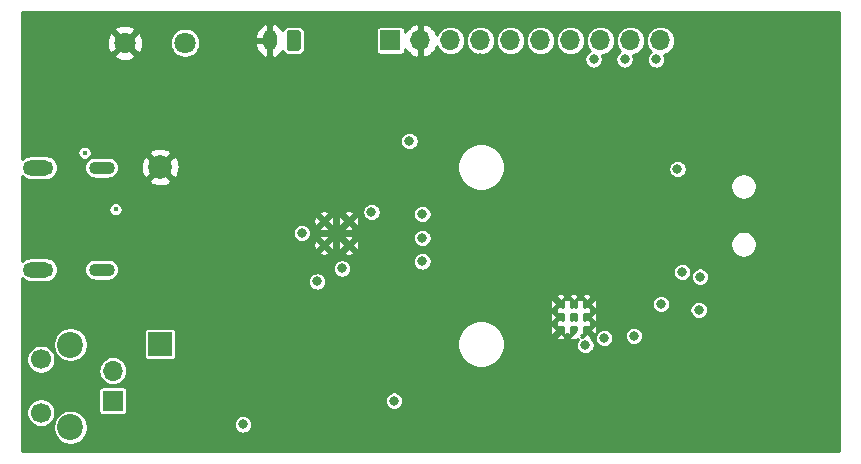
<source format=gbr>
G04 #@! TF.GenerationSoftware,KiCad,Pcbnew,(5.1.4-0-10_14)*
G04 #@! TF.CreationDate,2021-01-21T01:13:21-07:00*
G04 #@! TF.ProjectId,power-switching,706f7765-722d-4737-9769-746368696e67,rev?*
G04 #@! TF.SameCoordinates,Original*
G04 #@! TF.FileFunction,Copper,L2,Inr*
G04 #@! TF.FilePolarity,Positive*
%FSLAX46Y46*%
G04 Gerber Fmt 4.6, Leading zero omitted, Abs format (unit mm)*
G04 Created by KiCad (PCBNEW (5.1.4-0-10_14)) date 2021-01-21 01:13:21*
%MOMM*%
%LPD*%
G04 APERTURE LIST*
%ADD10C,1.803400*%
%ADD11O,1.200000X1.750000*%
%ADD12C,0.100000*%
%ADD13C,1.200000*%
%ADD14C,1.700000*%
%ADD15C,2.200000*%
%ADD16O,1.700000X1.700000*%
%ADD17R,1.700000X1.700000*%
%ADD18C,0.500000*%
%ADD19C,2.000000*%
%ADD20R,2.000000X2.000000*%
%ADD21O,2.600000X1.300000*%
%ADD22O,2.200000X1.100000*%
%ADD23C,0.800000*%
%ADD24C,0.450000*%
%ADD25C,0.254000*%
G04 APERTURE END LIST*
D10*
X109120000Y-103000000D03*
X114200000Y-103000000D03*
D11*
X121400000Y-102800000D03*
D12*
G36*
X123774505Y-101926204D02*
G01*
X123798773Y-101929804D01*
X123822572Y-101935765D01*
X123845671Y-101944030D01*
X123867850Y-101954520D01*
X123888893Y-101967132D01*
X123908599Y-101981747D01*
X123926777Y-101998223D01*
X123943253Y-102016401D01*
X123957868Y-102036107D01*
X123970480Y-102057150D01*
X123980970Y-102079329D01*
X123989235Y-102102428D01*
X123995196Y-102126227D01*
X123998796Y-102150495D01*
X124000000Y-102174999D01*
X124000000Y-103425001D01*
X123998796Y-103449505D01*
X123995196Y-103473773D01*
X123989235Y-103497572D01*
X123980970Y-103520671D01*
X123970480Y-103542850D01*
X123957868Y-103563893D01*
X123943253Y-103583599D01*
X123926777Y-103601777D01*
X123908599Y-103618253D01*
X123888893Y-103632868D01*
X123867850Y-103645480D01*
X123845671Y-103655970D01*
X123822572Y-103664235D01*
X123798773Y-103670196D01*
X123774505Y-103673796D01*
X123750001Y-103675000D01*
X123049999Y-103675000D01*
X123025495Y-103673796D01*
X123001227Y-103670196D01*
X122977428Y-103664235D01*
X122954329Y-103655970D01*
X122932150Y-103645480D01*
X122911107Y-103632868D01*
X122891401Y-103618253D01*
X122873223Y-103601777D01*
X122856747Y-103583599D01*
X122842132Y-103563893D01*
X122829520Y-103542850D01*
X122819030Y-103520671D01*
X122810765Y-103497572D01*
X122804804Y-103473773D01*
X122801204Y-103449505D01*
X122800000Y-103425001D01*
X122800000Y-102174999D01*
X122801204Y-102150495D01*
X122804804Y-102126227D01*
X122810765Y-102102428D01*
X122819030Y-102079329D01*
X122829520Y-102057150D01*
X122842132Y-102036107D01*
X122856747Y-102016401D01*
X122873223Y-101998223D01*
X122891401Y-101981747D01*
X122911107Y-101967132D01*
X122932150Y-101954520D01*
X122954329Y-101944030D01*
X122977428Y-101935765D01*
X123001227Y-101929804D01*
X123025495Y-101926204D01*
X123049999Y-101925000D01*
X123750001Y-101925000D01*
X123774505Y-101926204D01*
X123774505Y-101926204D01*
G37*
D13*
X123400000Y-102800000D03*
D14*
X102000000Y-134300000D03*
X102000000Y-129800000D03*
D15*
X104500000Y-135550000D03*
X104500000Y-128550000D03*
D16*
X154460000Y-102800000D03*
X151920000Y-102800000D03*
X149380000Y-102800000D03*
X146840000Y-102800000D03*
X144300000Y-102800000D03*
X141760000Y-102800000D03*
X139220000Y-102800000D03*
X136680000Y-102800000D03*
X134140000Y-102800000D03*
D17*
X131600000Y-102800000D03*
D18*
X128050000Y-118050000D03*
X128050000Y-120150000D03*
X125950000Y-118050000D03*
X125950000Y-120150000D03*
X146000000Y-125100000D03*
X147100000Y-125100000D03*
X148200000Y-125100000D03*
X146000000Y-126200000D03*
X147100000Y-126200000D03*
X148200000Y-126200000D03*
X146000000Y-127300000D03*
X147100000Y-127300000D03*
X148200000Y-127300000D03*
D16*
X108100000Y-130760000D03*
D17*
X108100000Y-133300000D03*
D19*
X112100000Y-113510000D03*
D20*
X112100000Y-128500000D03*
D21*
X101800000Y-122200000D03*
X101800000Y-113560000D03*
D22*
X107160000Y-122200000D03*
X107160000Y-113560000D03*
D23*
X133200000Y-111300000D03*
X134300000Y-117500000D03*
X134300000Y-119500000D03*
X134300000Y-121500000D03*
X155900000Y-113700000D03*
X151425000Y-104400000D03*
X148800000Y-104400000D03*
X154100000Y-104400000D03*
X156300000Y-122400000D03*
X157800000Y-122800000D03*
X157700000Y-125600000D03*
X154500000Y-125100000D03*
X148100000Y-128600000D03*
X149700000Y-128000000D03*
X152200000Y-127800000D03*
X130000000Y-113800000D03*
X125000000Y-113800000D03*
X109350000Y-111300000D03*
X135400000Y-105500000D03*
X139200000Y-104300000D03*
X108600000Y-114600000D03*
X108600000Y-121200000D03*
X153900000Y-113700000D03*
X152600000Y-120600000D03*
X158400000Y-112700000D03*
X160800000Y-112300000D03*
X166900000Y-112300000D03*
X166900000Y-122900000D03*
X160800000Y-122800000D03*
X117700000Y-118600000D03*
X109300000Y-109100000D03*
X130400000Y-124600000D03*
X122000000Y-135200000D03*
X131900000Y-135200000D03*
X138000000Y-124900000D03*
X141900000Y-132000000D03*
X147800000Y-132900000D03*
X150100000Y-131300000D03*
X150100000Y-133900000D03*
X153200000Y-132400000D03*
X155800000Y-132400000D03*
X154500000Y-134400000D03*
X143400000Y-116200000D03*
X143000000Y-118700000D03*
X139500000Y-118100000D03*
X122800000Y-124900000D03*
X117400000Y-125200000D03*
X121400000Y-114300000D03*
D24*
X108322122Y-117092432D03*
X105700000Y-112300000D03*
D23*
X119100000Y-135300000D03*
X127500000Y-122100000D03*
X124100000Y-119100000D03*
X129990410Y-117342154D03*
X131900000Y-133300000D03*
X125400000Y-123200000D03*
D25*
G36*
X169594001Y-137594000D02*
G01*
X100406000Y-137594000D01*
X100406000Y-134178757D01*
X100769000Y-134178757D01*
X100769000Y-134421243D01*
X100816307Y-134659069D01*
X100909102Y-134883097D01*
X101043820Y-135084717D01*
X101215283Y-135256180D01*
X101416903Y-135390898D01*
X101640931Y-135483693D01*
X101878757Y-135531000D01*
X102121243Y-135531000D01*
X102359069Y-135483693D01*
X102551142Y-135404134D01*
X103019000Y-135404134D01*
X103019000Y-135695866D01*
X103075914Y-135981992D01*
X103187555Y-136251517D01*
X103349632Y-136494083D01*
X103555917Y-136700368D01*
X103798483Y-136862445D01*
X104068008Y-136974086D01*
X104354134Y-137031000D01*
X104645866Y-137031000D01*
X104931992Y-136974086D01*
X105201517Y-136862445D01*
X105444083Y-136700368D01*
X105650368Y-136494083D01*
X105812445Y-136251517D01*
X105924086Y-135981992D01*
X105981000Y-135695866D01*
X105981000Y-135404134D01*
X105944986Y-135223078D01*
X118319000Y-135223078D01*
X118319000Y-135376922D01*
X118349013Y-135527809D01*
X118407887Y-135669942D01*
X118493358Y-135797859D01*
X118602141Y-135906642D01*
X118730058Y-135992113D01*
X118872191Y-136050987D01*
X119023078Y-136081000D01*
X119176922Y-136081000D01*
X119327809Y-136050987D01*
X119469942Y-135992113D01*
X119597859Y-135906642D01*
X119706642Y-135797859D01*
X119792113Y-135669942D01*
X119850987Y-135527809D01*
X119881000Y-135376922D01*
X119881000Y-135223078D01*
X119850987Y-135072191D01*
X119792113Y-134930058D01*
X119706642Y-134802141D01*
X119597859Y-134693358D01*
X119469942Y-134607887D01*
X119327809Y-134549013D01*
X119176922Y-134519000D01*
X119023078Y-134519000D01*
X118872191Y-134549013D01*
X118730058Y-134607887D01*
X118602141Y-134693358D01*
X118493358Y-134802141D01*
X118407887Y-134930058D01*
X118349013Y-135072191D01*
X118319000Y-135223078D01*
X105944986Y-135223078D01*
X105924086Y-135118008D01*
X105812445Y-134848483D01*
X105650368Y-134605917D01*
X105444083Y-134399632D01*
X105201517Y-134237555D01*
X104931992Y-134125914D01*
X104645866Y-134069000D01*
X104354134Y-134069000D01*
X104068008Y-134125914D01*
X103798483Y-134237555D01*
X103555917Y-134399632D01*
X103349632Y-134605917D01*
X103187555Y-134848483D01*
X103075914Y-135118008D01*
X103019000Y-135404134D01*
X102551142Y-135404134D01*
X102583097Y-135390898D01*
X102784717Y-135256180D01*
X102956180Y-135084717D01*
X103090898Y-134883097D01*
X103183693Y-134659069D01*
X103231000Y-134421243D01*
X103231000Y-134178757D01*
X103183693Y-133940931D01*
X103090898Y-133716903D01*
X102956180Y-133515283D01*
X102784717Y-133343820D01*
X102583097Y-133209102D01*
X102359069Y-133116307D01*
X102121243Y-133069000D01*
X101878757Y-133069000D01*
X101640931Y-133116307D01*
X101416903Y-133209102D01*
X101215283Y-133343820D01*
X101043820Y-133515283D01*
X100909102Y-133716903D01*
X100816307Y-133940931D01*
X100769000Y-134178757D01*
X100406000Y-134178757D01*
X100406000Y-132450000D01*
X106867157Y-132450000D01*
X106867157Y-134150000D01*
X106874513Y-134224689D01*
X106896299Y-134296508D01*
X106931678Y-134362696D01*
X106979289Y-134420711D01*
X107037304Y-134468322D01*
X107103492Y-134503701D01*
X107175311Y-134525487D01*
X107250000Y-134532843D01*
X108950000Y-134532843D01*
X109024689Y-134525487D01*
X109096508Y-134503701D01*
X109162696Y-134468322D01*
X109220711Y-134420711D01*
X109268322Y-134362696D01*
X109303701Y-134296508D01*
X109325487Y-134224689D01*
X109332843Y-134150000D01*
X109332843Y-133223078D01*
X131119000Y-133223078D01*
X131119000Y-133376922D01*
X131149013Y-133527809D01*
X131207887Y-133669942D01*
X131293358Y-133797859D01*
X131402141Y-133906642D01*
X131530058Y-133992113D01*
X131672191Y-134050987D01*
X131823078Y-134081000D01*
X131976922Y-134081000D01*
X132127809Y-134050987D01*
X132269942Y-133992113D01*
X132397859Y-133906642D01*
X132506642Y-133797859D01*
X132592113Y-133669942D01*
X132650987Y-133527809D01*
X132681000Y-133376922D01*
X132681000Y-133223078D01*
X132650987Y-133072191D01*
X132592113Y-132930058D01*
X132506642Y-132802141D01*
X132397859Y-132693358D01*
X132269942Y-132607887D01*
X132127809Y-132549013D01*
X131976922Y-132519000D01*
X131823078Y-132519000D01*
X131672191Y-132549013D01*
X131530058Y-132607887D01*
X131402141Y-132693358D01*
X131293358Y-132802141D01*
X131207887Y-132930058D01*
X131149013Y-133072191D01*
X131119000Y-133223078D01*
X109332843Y-133223078D01*
X109332843Y-132450000D01*
X109325487Y-132375311D01*
X109303701Y-132303492D01*
X109268322Y-132237304D01*
X109220711Y-132179289D01*
X109162696Y-132131678D01*
X109096508Y-132096299D01*
X109024689Y-132074513D01*
X108950000Y-132067157D01*
X107250000Y-132067157D01*
X107175311Y-132074513D01*
X107103492Y-132096299D01*
X107037304Y-132131678D01*
X106979289Y-132179289D01*
X106931678Y-132237304D01*
X106896299Y-132303492D01*
X106874513Y-132375311D01*
X106867157Y-132450000D01*
X100406000Y-132450000D01*
X100406000Y-129678757D01*
X100769000Y-129678757D01*
X100769000Y-129921243D01*
X100816307Y-130159069D01*
X100909102Y-130383097D01*
X101043820Y-130584717D01*
X101215283Y-130756180D01*
X101416903Y-130890898D01*
X101640931Y-130983693D01*
X101878757Y-131031000D01*
X102121243Y-131031000D01*
X102359069Y-130983693D01*
X102583097Y-130890898D01*
X102778999Y-130760000D01*
X106863044Y-130760000D01*
X106886812Y-131001318D01*
X106957202Y-131233363D01*
X107071509Y-131447216D01*
X107225340Y-131634660D01*
X107412784Y-131788491D01*
X107626637Y-131902798D01*
X107858682Y-131973188D01*
X108039528Y-131991000D01*
X108160472Y-131991000D01*
X108341318Y-131973188D01*
X108573363Y-131902798D01*
X108787216Y-131788491D01*
X108974660Y-131634660D01*
X109128491Y-131447216D01*
X109242798Y-131233363D01*
X109313188Y-131001318D01*
X109336956Y-130760000D01*
X109313188Y-130518682D01*
X109242798Y-130286637D01*
X109128491Y-130072784D01*
X108974660Y-129885340D01*
X108787216Y-129731509D01*
X108573363Y-129617202D01*
X108341318Y-129546812D01*
X108160472Y-129529000D01*
X108039528Y-129529000D01*
X107858682Y-129546812D01*
X107626637Y-129617202D01*
X107412784Y-129731509D01*
X107225340Y-129885340D01*
X107071509Y-130072784D01*
X106957202Y-130286637D01*
X106886812Y-130518682D01*
X106863044Y-130760000D01*
X102778999Y-130760000D01*
X102784717Y-130756180D01*
X102956180Y-130584717D01*
X103090898Y-130383097D01*
X103183693Y-130159069D01*
X103231000Y-129921243D01*
X103231000Y-129678757D01*
X103183693Y-129440931D01*
X103090898Y-129216903D01*
X102956180Y-129015283D01*
X102784717Y-128843820D01*
X102583097Y-128709102D01*
X102359069Y-128616307D01*
X102121243Y-128569000D01*
X101878757Y-128569000D01*
X101640931Y-128616307D01*
X101416903Y-128709102D01*
X101215283Y-128843820D01*
X101043820Y-129015283D01*
X100909102Y-129216903D01*
X100816307Y-129440931D01*
X100769000Y-129678757D01*
X100406000Y-129678757D01*
X100406000Y-128404134D01*
X103019000Y-128404134D01*
X103019000Y-128695866D01*
X103075914Y-128981992D01*
X103187555Y-129251517D01*
X103349632Y-129494083D01*
X103555917Y-129700368D01*
X103798483Y-129862445D01*
X104068008Y-129974086D01*
X104354134Y-130031000D01*
X104645866Y-130031000D01*
X104931992Y-129974086D01*
X105201517Y-129862445D01*
X105444083Y-129700368D01*
X105650368Y-129494083D01*
X105812445Y-129251517D01*
X105924086Y-128981992D01*
X105981000Y-128695866D01*
X105981000Y-128404134D01*
X105924086Y-128118008D01*
X105812445Y-127848483D01*
X105650368Y-127605917D01*
X105544451Y-127500000D01*
X110717157Y-127500000D01*
X110717157Y-129500000D01*
X110724513Y-129574689D01*
X110746299Y-129646508D01*
X110781678Y-129712696D01*
X110829289Y-129770711D01*
X110887304Y-129818322D01*
X110953492Y-129853701D01*
X111025311Y-129875487D01*
X111100000Y-129882843D01*
X113100000Y-129882843D01*
X113174689Y-129875487D01*
X113246508Y-129853701D01*
X113312696Y-129818322D01*
X113370711Y-129770711D01*
X113418322Y-129712696D01*
X113453701Y-129646508D01*
X113475487Y-129574689D01*
X113482843Y-129500000D01*
X113482843Y-128299964D01*
X137234000Y-128299964D01*
X137234000Y-128700036D01*
X137312050Y-129092421D01*
X137465151Y-129462039D01*
X137687419Y-129794687D01*
X137970313Y-130077581D01*
X138302961Y-130299849D01*
X138672579Y-130452950D01*
X139064964Y-130531000D01*
X139465036Y-130531000D01*
X139857421Y-130452950D01*
X140227039Y-130299849D01*
X140559687Y-130077581D01*
X140842581Y-129794687D01*
X141064849Y-129462039D01*
X141217950Y-129092421D01*
X141296000Y-128700036D01*
X141296000Y-128299964D01*
X141217950Y-127907579D01*
X141213222Y-127896164D01*
X145577784Y-127896164D01*
X145581826Y-128084827D01*
X145742974Y-128151328D01*
X145913998Y-128185113D01*
X146088328Y-128184884D01*
X146259264Y-128150649D01*
X146418174Y-128084827D01*
X146422216Y-127896164D01*
X146000000Y-127473948D01*
X145577784Y-127896164D01*
X141213222Y-127896164D01*
X141064849Y-127537961D01*
X140848385Y-127213998D01*
X145114887Y-127213998D01*
X145115116Y-127388328D01*
X145149351Y-127559264D01*
X145215173Y-127718174D01*
X145403836Y-127722216D01*
X145826052Y-127300000D01*
X145403836Y-126877784D01*
X145215173Y-126881826D01*
X145148672Y-127042974D01*
X145114887Y-127213998D01*
X140848385Y-127213998D01*
X140842581Y-127205313D01*
X140559687Y-126922419D01*
X140227039Y-126700151D01*
X139857421Y-126547050D01*
X139465036Y-126469000D01*
X139064964Y-126469000D01*
X138672579Y-126547050D01*
X138302961Y-126700151D01*
X137970313Y-126922419D01*
X137687419Y-127205313D01*
X137465151Y-127537961D01*
X137312050Y-127907579D01*
X137234000Y-128299964D01*
X113482843Y-128299964D01*
X113482843Y-127500000D01*
X113475487Y-127425311D01*
X113453701Y-127353492D01*
X113418322Y-127287304D01*
X113370711Y-127229289D01*
X113312696Y-127181678D01*
X113246508Y-127146299D01*
X113174689Y-127124513D01*
X113100000Y-127117157D01*
X111100000Y-127117157D01*
X111025311Y-127124513D01*
X110953492Y-127146299D01*
X110887304Y-127181678D01*
X110829289Y-127229289D01*
X110781678Y-127287304D01*
X110746299Y-127353492D01*
X110724513Y-127425311D01*
X110717157Y-127500000D01*
X105544451Y-127500000D01*
X105444083Y-127399632D01*
X105201517Y-127237555D01*
X104931992Y-127125914D01*
X104645866Y-127069000D01*
X104354134Y-127069000D01*
X104068008Y-127125914D01*
X103798483Y-127237555D01*
X103555917Y-127399632D01*
X103349632Y-127605917D01*
X103187555Y-127848483D01*
X103075914Y-128118008D01*
X103019000Y-128404134D01*
X100406000Y-128404134D01*
X100406000Y-126113998D01*
X145114887Y-126113998D01*
X145115116Y-126288328D01*
X145149351Y-126459264D01*
X145215173Y-126618174D01*
X145403836Y-126622216D01*
X145826052Y-126200000D01*
X145403836Y-125777784D01*
X145215173Y-125781826D01*
X145148672Y-125942974D01*
X145114887Y-126113998D01*
X100406000Y-126113998D01*
X100406000Y-125603836D01*
X145577784Y-125603836D01*
X145623948Y-125650000D01*
X145577784Y-125696164D01*
X145581826Y-125884827D01*
X145742974Y-125951328D01*
X145913998Y-125985113D01*
X145959002Y-125985054D01*
X146000000Y-126026052D01*
X146041106Y-125984946D01*
X146088328Y-125984884D01*
X146246657Y-125953174D01*
X146214887Y-126113998D01*
X146214946Y-126159002D01*
X146173948Y-126200000D01*
X146215054Y-126241106D01*
X146215116Y-126288328D01*
X146246826Y-126446657D01*
X146086002Y-126414887D01*
X146040998Y-126414946D01*
X146000000Y-126373948D01*
X145958894Y-126415054D01*
X145911672Y-126415116D01*
X145740736Y-126449351D01*
X145581826Y-126515173D01*
X145577784Y-126703836D01*
X145623948Y-126750000D01*
X145577784Y-126796164D01*
X145581826Y-126984827D01*
X145742974Y-127051328D01*
X145913998Y-127085113D01*
X145959002Y-127085054D01*
X146000000Y-127126052D01*
X146041106Y-127084946D01*
X146088328Y-127084884D01*
X146246657Y-127053174D01*
X146214887Y-127213998D01*
X146214946Y-127259002D01*
X146173948Y-127300000D01*
X146215054Y-127341106D01*
X146215116Y-127388328D01*
X146249351Y-127559264D01*
X146315173Y-127718174D01*
X146503836Y-127722216D01*
X146550000Y-127676052D01*
X146596164Y-127722216D01*
X146784827Y-127718174D01*
X146851328Y-127557026D01*
X146885113Y-127386002D01*
X146885054Y-127340998D01*
X146926052Y-127300000D01*
X146884946Y-127258894D01*
X146884884Y-127211672D01*
X146853174Y-127053343D01*
X147013998Y-127085113D01*
X147059002Y-127085054D01*
X147100000Y-127126052D01*
X147141106Y-127084946D01*
X147188328Y-127084884D01*
X147346657Y-127053174D01*
X147314887Y-127213998D01*
X147314946Y-127259002D01*
X147273948Y-127300000D01*
X147290919Y-127316971D01*
X147116971Y-127490919D01*
X147100000Y-127473948D01*
X146677784Y-127896164D01*
X146681826Y-128084827D01*
X146842974Y-128151328D01*
X147013998Y-128185113D01*
X147188328Y-128184884D01*
X147359264Y-128150649D01*
X147505367Y-128090132D01*
X147493358Y-128102141D01*
X147407887Y-128230058D01*
X147349013Y-128372191D01*
X147319000Y-128523078D01*
X147319000Y-128676922D01*
X147349013Y-128827809D01*
X147407887Y-128969942D01*
X147493358Y-129097859D01*
X147602141Y-129206642D01*
X147730058Y-129292113D01*
X147872191Y-129350987D01*
X148023078Y-129381000D01*
X148176922Y-129381000D01*
X148327809Y-129350987D01*
X148469942Y-129292113D01*
X148597859Y-129206642D01*
X148706642Y-129097859D01*
X148792113Y-128969942D01*
X148850987Y-128827809D01*
X148881000Y-128676922D01*
X148881000Y-128523078D01*
X148850987Y-128372191D01*
X148792113Y-128230058D01*
X148706642Y-128102141D01*
X148619666Y-128015165D01*
X148622216Y-127896164D01*
X148200000Y-127473948D01*
X147791519Y-127882429D01*
X147762187Y-127894579D01*
X147818187Y-127838579D01*
X147701705Y-127722097D01*
X147884827Y-127718174D01*
X147951328Y-127557026D01*
X147985113Y-127386002D01*
X147985054Y-127340998D01*
X148026052Y-127300000D01*
X148373948Y-127300000D01*
X148796164Y-127722216D01*
X148971267Y-127718465D01*
X148949013Y-127772191D01*
X148919000Y-127923078D01*
X148919000Y-128076922D01*
X148949013Y-128227809D01*
X149007887Y-128369942D01*
X149093358Y-128497859D01*
X149202141Y-128606642D01*
X149330058Y-128692113D01*
X149472191Y-128750987D01*
X149623078Y-128781000D01*
X149776922Y-128781000D01*
X149927809Y-128750987D01*
X150069942Y-128692113D01*
X150197859Y-128606642D01*
X150306642Y-128497859D01*
X150392113Y-128369942D01*
X150450987Y-128227809D01*
X150481000Y-128076922D01*
X150481000Y-127923078D01*
X150450987Y-127772191D01*
X150430644Y-127723078D01*
X151419000Y-127723078D01*
X151419000Y-127876922D01*
X151449013Y-128027809D01*
X151507887Y-128169942D01*
X151593358Y-128297859D01*
X151702141Y-128406642D01*
X151830058Y-128492113D01*
X151972191Y-128550987D01*
X152123078Y-128581000D01*
X152276922Y-128581000D01*
X152427809Y-128550987D01*
X152569942Y-128492113D01*
X152697859Y-128406642D01*
X152806642Y-128297859D01*
X152892113Y-128169942D01*
X152950987Y-128027809D01*
X152981000Y-127876922D01*
X152981000Y-127723078D01*
X152950987Y-127572191D01*
X152892113Y-127430058D01*
X152806642Y-127302141D01*
X152697859Y-127193358D01*
X152569942Y-127107887D01*
X152427809Y-127049013D01*
X152276922Y-127019000D01*
X152123078Y-127019000D01*
X151972191Y-127049013D01*
X151830058Y-127107887D01*
X151702141Y-127193358D01*
X151593358Y-127302141D01*
X151507887Y-127430058D01*
X151449013Y-127572191D01*
X151419000Y-127723078D01*
X150430644Y-127723078D01*
X150392113Y-127630058D01*
X150306642Y-127502141D01*
X150197859Y-127393358D01*
X150069942Y-127307887D01*
X149927809Y-127249013D01*
X149776922Y-127219000D01*
X149623078Y-127219000D01*
X149472191Y-127249013D01*
X149330058Y-127307887D01*
X149202141Y-127393358D01*
X149093358Y-127502141D01*
X149042676Y-127577993D01*
X149051328Y-127557026D01*
X149085113Y-127386002D01*
X149084884Y-127211672D01*
X149050649Y-127040736D01*
X148984827Y-126881826D01*
X148796164Y-126877784D01*
X148373948Y-127300000D01*
X148026052Y-127300000D01*
X147984946Y-127258894D01*
X147984884Y-127211672D01*
X147953174Y-127053343D01*
X148113998Y-127085113D01*
X148159002Y-127085054D01*
X148200000Y-127126052D01*
X148241106Y-127084946D01*
X148288328Y-127084884D01*
X148459264Y-127050649D01*
X148618174Y-126984827D01*
X148622216Y-126796164D01*
X148576052Y-126750000D01*
X148622216Y-126703836D01*
X148618174Y-126515173D01*
X148457026Y-126448672D01*
X148286002Y-126414887D01*
X148240998Y-126414946D01*
X148200000Y-126373948D01*
X148158894Y-126415054D01*
X148111672Y-126415116D01*
X147953343Y-126446826D01*
X147985113Y-126286002D01*
X147985054Y-126240998D01*
X148026052Y-126200000D01*
X148373948Y-126200000D01*
X148796164Y-126622216D01*
X148984827Y-126618174D01*
X149051328Y-126457026D01*
X149085113Y-126286002D01*
X149084884Y-126111672D01*
X149050649Y-125940736D01*
X148984827Y-125781826D01*
X148796164Y-125777784D01*
X148373948Y-126200000D01*
X148026052Y-126200000D01*
X147984946Y-126158894D01*
X147984884Y-126111672D01*
X147953174Y-125953343D01*
X148113998Y-125985113D01*
X148159002Y-125985054D01*
X148200000Y-126026052D01*
X148241106Y-125984946D01*
X148288328Y-125984884D01*
X148459264Y-125950649D01*
X148618174Y-125884827D01*
X148622216Y-125696164D01*
X148576052Y-125650000D01*
X148622216Y-125603836D01*
X148618174Y-125415173D01*
X148457026Y-125348672D01*
X148286002Y-125314887D01*
X148240998Y-125314946D01*
X148200000Y-125273948D01*
X148158894Y-125315054D01*
X148111672Y-125315116D01*
X147953343Y-125346826D01*
X147985113Y-125186002D01*
X147985054Y-125140998D01*
X148026052Y-125100000D01*
X148373948Y-125100000D01*
X148796164Y-125522216D01*
X148984827Y-125518174D01*
X149051328Y-125357026D01*
X149085113Y-125186002D01*
X149084899Y-125023078D01*
X153719000Y-125023078D01*
X153719000Y-125176922D01*
X153749013Y-125327809D01*
X153807887Y-125469942D01*
X153893358Y-125597859D01*
X154002141Y-125706642D01*
X154130058Y-125792113D01*
X154272191Y-125850987D01*
X154423078Y-125881000D01*
X154576922Y-125881000D01*
X154727809Y-125850987D01*
X154869942Y-125792113D01*
X154997859Y-125706642D01*
X155106642Y-125597859D01*
X155156608Y-125523078D01*
X156919000Y-125523078D01*
X156919000Y-125676922D01*
X156949013Y-125827809D01*
X157007887Y-125969942D01*
X157093358Y-126097859D01*
X157202141Y-126206642D01*
X157330058Y-126292113D01*
X157472191Y-126350987D01*
X157623078Y-126381000D01*
X157776922Y-126381000D01*
X157927809Y-126350987D01*
X158069942Y-126292113D01*
X158197859Y-126206642D01*
X158306642Y-126097859D01*
X158392113Y-125969942D01*
X158450987Y-125827809D01*
X158481000Y-125676922D01*
X158481000Y-125523078D01*
X158450987Y-125372191D01*
X158392113Y-125230058D01*
X158306642Y-125102141D01*
X158197859Y-124993358D01*
X158069942Y-124907887D01*
X157927809Y-124849013D01*
X157776922Y-124819000D01*
X157623078Y-124819000D01*
X157472191Y-124849013D01*
X157330058Y-124907887D01*
X157202141Y-124993358D01*
X157093358Y-125102141D01*
X157007887Y-125230058D01*
X156949013Y-125372191D01*
X156919000Y-125523078D01*
X155156608Y-125523078D01*
X155192113Y-125469942D01*
X155250987Y-125327809D01*
X155281000Y-125176922D01*
X155281000Y-125023078D01*
X155250987Y-124872191D01*
X155192113Y-124730058D01*
X155106642Y-124602141D01*
X154997859Y-124493358D01*
X154869942Y-124407887D01*
X154727809Y-124349013D01*
X154576922Y-124319000D01*
X154423078Y-124319000D01*
X154272191Y-124349013D01*
X154130058Y-124407887D01*
X154002141Y-124493358D01*
X153893358Y-124602141D01*
X153807887Y-124730058D01*
X153749013Y-124872191D01*
X153719000Y-125023078D01*
X149084899Y-125023078D01*
X149084884Y-125011672D01*
X149050649Y-124840736D01*
X148984827Y-124681826D01*
X148796164Y-124677784D01*
X148373948Y-125100000D01*
X148026052Y-125100000D01*
X147984946Y-125058894D01*
X147984884Y-125011672D01*
X147950649Y-124840736D01*
X147884827Y-124681826D01*
X147696164Y-124677784D01*
X147650000Y-124723948D01*
X147603836Y-124677784D01*
X147415173Y-124681826D01*
X147348672Y-124842974D01*
X147314887Y-125013998D01*
X147314946Y-125059002D01*
X147273948Y-125100000D01*
X147315054Y-125141106D01*
X147315116Y-125188328D01*
X147346826Y-125346657D01*
X147186002Y-125314887D01*
X147140998Y-125314946D01*
X147100000Y-125273948D01*
X147058894Y-125315054D01*
X147011672Y-125315116D01*
X146853343Y-125346826D01*
X146885113Y-125186002D01*
X146885054Y-125140998D01*
X146926052Y-125100000D01*
X146884946Y-125058894D01*
X146884884Y-125011672D01*
X146850649Y-124840736D01*
X146784827Y-124681826D01*
X146596164Y-124677784D01*
X146550000Y-124723948D01*
X146503836Y-124677784D01*
X146315173Y-124681826D01*
X146248672Y-124842974D01*
X146214887Y-125013998D01*
X146214946Y-125059002D01*
X146173948Y-125100000D01*
X146215054Y-125141106D01*
X146215116Y-125188328D01*
X146246826Y-125346657D01*
X146086002Y-125314887D01*
X146040998Y-125314946D01*
X146000000Y-125273948D01*
X145958894Y-125315054D01*
X145911672Y-125315116D01*
X145740736Y-125349351D01*
X145581826Y-125415173D01*
X145577784Y-125603836D01*
X100406000Y-125603836D01*
X100406000Y-125013998D01*
X145114887Y-125013998D01*
X145115116Y-125188328D01*
X145149351Y-125359264D01*
X145215173Y-125518174D01*
X145403836Y-125522216D01*
X145826052Y-125100000D01*
X145403836Y-124677784D01*
X145215173Y-124681826D01*
X145148672Y-124842974D01*
X145114887Y-125013998D01*
X100406000Y-125013998D01*
X100406000Y-124503836D01*
X145577784Y-124503836D01*
X146000000Y-124926052D01*
X146422216Y-124503836D01*
X146677784Y-124503836D01*
X147100000Y-124926052D01*
X147522216Y-124503836D01*
X147777784Y-124503836D01*
X148200000Y-124926052D01*
X148622216Y-124503836D01*
X148618174Y-124315173D01*
X148457026Y-124248672D01*
X148286002Y-124214887D01*
X148111672Y-124215116D01*
X147940736Y-124249351D01*
X147781826Y-124315173D01*
X147777784Y-124503836D01*
X147522216Y-124503836D01*
X147518174Y-124315173D01*
X147357026Y-124248672D01*
X147186002Y-124214887D01*
X147011672Y-124215116D01*
X146840736Y-124249351D01*
X146681826Y-124315173D01*
X146677784Y-124503836D01*
X146422216Y-124503836D01*
X146418174Y-124315173D01*
X146257026Y-124248672D01*
X146086002Y-124214887D01*
X145911672Y-124215116D01*
X145740736Y-124249351D01*
X145581826Y-124315173D01*
X145577784Y-124503836D01*
X100406000Y-124503836D01*
X100406000Y-122918607D01*
X100417446Y-122932554D01*
X100574436Y-123061393D01*
X100753545Y-123157128D01*
X100947889Y-123216082D01*
X101099355Y-123231000D01*
X102500645Y-123231000D01*
X102652111Y-123216082D01*
X102846455Y-123157128D01*
X103025564Y-123061393D01*
X103182554Y-122932554D01*
X103311393Y-122775564D01*
X103407128Y-122596455D01*
X103466082Y-122402111D01*
X103485988Y-122200000D01*
X105674496Y-122200000D01*
X105692471Y-122382508D01*
X105745707Y-122558002D01*
X105832157Y-122719738D01*
X105948499Y-122861501D01*
X106090262Y-122977843D01*
X106251998Y-123064293D01*
X106427492Y-123117529D01*
X106564269Y-123131000D01*
X107755731Y-123131000D01*
X107836166Y-123123078D01*
X124619000Y-123123078D01*
X124619000Y-123276922D01*
X124649013Y-123427809D01*
X124707887Y-123569942D01*
X124793358Y-123697859D01*
X124902141Y-123806642D01*
X125030058Y-123892113D01*
X125172191Y-123950987D01*
X125323078Y-123981000D01*
X125476922Y-123981000D01*
X125627809Y-123950987D01*
X125769942Y-123892113D01*
X125897859Y-123806642D01*
X126006642Y-123697859D01*
X126092113Y-123569942D01*
X126150987Y-123427809D01*
X126181000Y-123276922D01*
X126181000Y-123123078D01*
X126150987Y-122972191D01*
X126092113Y-122830058D01*
X126006642Y-122702141D01*
X125897859Y-122593358D01*
X125769942Y-122507887D01*
X125627809Y-122449013D01*
X125476922Y-122419000D01*
X125323078Y-122419000D01*
X125172191Y-122449013D01*
X125030058Y-122507887D01*
X124902141Y-122593358D01*
X124793358Y-122702141D01*
X124707887Y-122830058D01*
X124649013Y-122972191D01*
X124619000Y-123123078D01*
X107836166Y-123123078D01*
X107892508Y-123117529D01*
X108068002Y-123064293D01*
X108229738Y-122977843D01*
X108371501Y-122861501D01*
X108487843Y-122719738D01*
X108574293Y-122558002D01*
X108627529Y-122382508D01*
X108645504Y-122200000D01*
X108628080Y-122023078D01*
X126719000Y-122023078D01*
X126719000Y-122176922D01*
X126749013Y-122327809D01*
X126807887Y-122469942D01*
X126893358Y-122597859D01*
X127002141Y-122706642D01*
X127130058Y-122792113D01*
X127272191Y-122850987D01*
X127423078Y-122881000D01*
X127576922Y-122881000D01*
X127727809Y-122850987D01*
X127869942Y-122792113D01*
X127997859Y-122706642D01*
X128106642Y-122597859D01*
X128192113Y-122469942D01*
X128250987Y-122327809D01*
X128251928Y-122323078D01*
X155519000Y-122323078D01*
X155519000Y-122476922D01*
X155549013Y-122627809D01*
X155607887Y-122769942D01*
X155693358Y-122897859D01*
X155802141Y-123006642D01*
X155930058Y-123092113D01*
X156072191Y-123150987D01*
X156223078Y-123181000D01*
X156376922Y-123181000D01*
X156527809Y-123150987D01*
X156669942Y-123092113D01*
X156797859Y-123006642D01*
X156906642Y-122897859D01*
X156992113Y-122769942D01*
X157025906Y-122688360D01*
X157019000Y-122723078D01*
X157019000Y-122876922D01*
X157049013Y-123027809D01*
X157107887Y-123169942D01*
X157193358Y-123297859D01*
X157302141Y-123406642D01*
X157430058Y-123492113D01*
X157572191Y-123550987D01*
X157723078Y-123581000D01*
X157876922Y-123581000D01*
X158027809Y-123550987D01*
X158169942Y-123492113D01*
X158297859Y-123406642D01*
X158406642Y-123297859D01*
X158492113Y-123169942D01*
X158550987Y-123027809D01*
X158581000Y-122876922D01*
X158581000Y-122723078D01*
X158550987Y-122572191D01*
X158492113Y-122430058D01*
X158406642Y-122302141D01*
X158297859Y-122193358D01*
X158169942Y-122107887D01*
X158027809Y-122049013D01*
X157876922Y-122019000D01*
X157723078Y-122019000D01*
X157572191Y-122049013D01*
X157430058Y-122107887D01*
X157302141Y-122193358D01*
X157193358Y-122302141D01*
X157107887Y-122430058D01*
X157074094Y-122511640D01*
X157081000Y-122476922D01*
X157081000Y-122323078D01*
X157050987Y-122172191D01*
X156992113Y-122030058D01*
X156906642Y-121902141D01*
X156797859Y-121793358D01*
X156669942Y-121707887D01*
X156527809Y-121649013D01*
X156376922Y-121619000D01*
X156223078Y-121619000D01*
X156072191Y-121649013D01*
X155930058Y-121707887D01*
X155802141Y-121793358D01*
X155693358Y-121902141D01*
X155607887Y-122030058D01*
X155549013Y-122172191D01*
X155519000Y-122323078D01*
X128251928Y-122323078D01*
X128281000Y-122176922D01*
X128281000Y-122023078D01*
X128250987Y-121872191D01*
X128192113Y-121730058D01*
X128106642Y-121602141D01*
X127997859Y-121493358D01*
X127892678Y-121423078D01*
X133519000Y-121423078D01*
X133519000Y-121576922D01*
X133549013Y-121727809D01*
X133607887Y-121869942D01*
X133693358Y-121997859D01*
X133802141Y-122106642D01*
X133930058Y-122192113D01*
X134072191Y-122250987D01*
X134223078Y-122281000D01*
X134376922Y-122281000D01*
X134527809Y-122250987D01*
X134669942Y-122192113D01*
X134797859Y-122106642D01*
X134906642Y-121997859D01*
X134992113Y-121869942D01*
X135050987Y-121727809D01*
X135081000Y-121576922D01*
X135081000Y-121423078D01*
X135050987Y-121272191D01*
X134992113Y-121130058D01*
X134906642Y-121002141D01*
X134797859Y-120893358D01*
X134669942Y-120807887D01*
X134527809Y-120749013D01*
X134376922Y-120719000D01*
X134223078Y-120719000D01*
X134072191Y-120749013D01*
X133930058Y-120807887D01*
X133802141Y-120893358D01*
X133693358Y-121002141D01*
X133607887Y-121130058D01*
X133549013Y-121272191D01*
X133519000Y-121423078D01*
X127892678Y-121423078D01*
X127869942Y-121407887D01*
X127727809Y-121349013D01*
X127576922Y-121319000D01*
X127423078Y-121319000D01*
X127272191Y-121349013D01*
X127130058Y-121407887D01*
X127002141Y-121493358D01*
X126893358Y-121602141D01*
X126807887Y-121730058D01*
X126749013Y-121872191D01*
X126719000Y-122023078D01*
X108628080Y-122023078D01*
X108627529Y-122017492D01*
X108574293Y-121841998D01*
X108487843Y-121680262D01*
X108371501Y-121538499D01*
X108229738Y-121422157D01*
X108068002Y-121335707D01*
X107892508Y-121282471D01*
X107755731Y-121269000D01*
X106564269Y-121269000D01*
X106427492Y-121282471D01*
X106251998Y-121335707D01*
X106090262Y-121422157D01*
X105948499Y-121538499D01*
X105832157Y-121680262D01*
X105745707Y-121841998D01*
X105692471Y-122017492D01*
X105674496Y-122200000D01*
X103485988Y-122200000D01*
X103466082Y-121997889D01*
X103407128Y-121803545D01*
X103311393Y-121624436D01*
X103182554Y-121467446D01*
X103025564Y-121338607D01*
X102846455Y-121242872D01*
X102652111Y-121183918D01*
X102500645Y-121169000D01*
X101099355Y-121169000D01*
X100947889Y-121183918D01*
X100753545Y-121242872D01*
X100574436Y-121338607D01*
X100417446Y-121467446D01*
X100406000Y-121481393D01*
X100406000Y-120746164D01*
X125527784Y-120746164D01*
X125531826Y-120934827D01*
X125692974Y-121001328D01*
X125863998Y-121035113D01*
X126038328Y-121034884D01*
X126209264Y-121000649D01*
X126368174Y-120934827D01*
X126372216Y-120746164D01*
X127627784Y-120746164D01*
X127631826Y-120934827D01*
X127792974Y-121001328D01*
X127963998Y-121035113D01*
X128138328Y-121034884D01*
X128309264Y-121000649D01*
X128468174Y-120934827D01*
X128472216Y-120746164D01*
X128050000Y-120323948D01*
X127627784Y-120746164D01*
X126372216Y-120746164D01*
X125950000Y-120323948D01*
X125527784Y-120746164D01*
X100406000Y-120746164D01*
X100406000Y-120063998D01*
X125064887Y-120063998D01*
X125065116Y-120238328D01*
X125099351Y-120409264D01*
X125165173Y-120568174D01*
X125353836Y-120572216D01*
X125776052Y-120150000D01*
X126123948Y-120150000D01*
X126546164Y-120572216D01*
X126734827Y-120568174D01*
X126801328Y-120407026D01*
X126835113Y-120236002D01*
X126834888Y-120063998D01*
X127164887Y-120063998D01*
X127165116Y-120238328D01*
X127199351Y-120409264D01*
X127265173Y-120568174D01*
X127453836Y-120572216D01*
X127876052Y-120150000D01*
X128223948Y-120150000D01*
X128646164Y-120572216D01*
X128834827Y-120568174D01*
X128901328Y-120407026D01*
X128935113Y-120236002D01*
X128934884Y-120061672D01*
X128900649Y-119890736D01*
X128834827Y-119731826D01*
X128646164Y-119727784D01*
X128223948Y-120150000D01*
X127876052Y-120150000D01*
X127453836Y-119727784D01*
X127265173Y-119731826D01*
X127198672Y-119892974D01*
X127164887Y-120063998D01*
X126834888Y-120063998D01*
X126834884Y-120061672D01*
X126800649Y-119890736D01*
X126734827Y-119731826D01*
X126546164Y-119727784D01*
X126123948Y-120150000D01*
X125776052Y-120150000D01*
X125353836Y-119727784D01*
X125165173Y-119731826D01*
X125098672Y-119892974D01*
X125064887Y-120063998D01*
X100406000Y-120063998D01*
X100406000Y-119023078D01*
X123319000Y-119023078D01*
X123319000Y-119176922D01*
X123349013Y-119327809D01*
X123407887Y-119469942D01*
X123493358Y-119597859D01*
X123602141Y-119706642D01*
X123730058Y-119792113D01*
X123872191Y-119850987D01*
X124023078Y-119881000D01*
X124176922Y-119881000D01*
X124327809Y-119850987D01*
X124469942Y-119792113D01*
X124597859Y-119706642D01*
X124706642Y-119597859D01*
X124736057Y-119553836D01*
X125527784Y-119553836D01*
X125950000Y-119976052D01*
X126372216Y-119553836D01*
X127627784Y-119553836D01*
X128050000Y-119976052D01*
X128472216Y-119553836D01*
X128469415Y-119423078D01*
X133519000Y-119423078D01*
X133519000Y-119576922D01*
X133549013Y-119727809D01*
X133607887Y-119869942D01*
X133693358Y-119997859D01*
X133802141Y-120106642D01*
X133930058Y-120192113D01*
X134072191Y-120250987D01*
X134223078Y-120281000D01*
X134376922Y-120281000D01*
X134527809Y-120250987D01*
X134669942Y-120192113D01*
X134797859Y-120106642D01*
X134906642Y-119997859D01*
X134946233Y-119938606D01*
X160369000Y-119938606D01*
X160369000Y-120161394D01*
X160412464Y-120379900D01*
X160497721Y-120585729D01*
X160621495Y-120770970D01*
X160779030Y-120928505D01*
X160964271Y-121052279D01*
X161170100Y-121137536D01*
X161388606Y-121181000D01*
X161611394Y-121181000D01*
X161829900Y-121137536D01*
X162035729Y-121052279D01*
X162220970Y-120928505D01*
X162378505Y-120770970D01*
X162502279Y-120585729D01*
X162587536Y-120379900D01*
X162631000Y-120161394D01*
X162631000Y-119938606D01*
X162587536Y-119720100D01*
X162502279Y-119514271D01*
X162378505Y-119329030D01*
X162220970Y-119171495D01*
X162035729Y-119047721D01*
X161829900Y-118962464D01*
X161611394Y-118919000D01*
X161388606Y-118919000D01*
X161170100Y-118962464D01*
X160964271Y-119047721D01*
X160779030Y-119171495D01*
X160621495Y-119329030D01*
X160497721Y-119514271D01*
X160412464Y-119720100D01*
X160369000Y-119938606D01*
X134946233Y-119938606D01*
X134992113Y-119869942D01*
X135050987Y-119727809D01*
X135081000Y-119576922D01*
X135081000Y-119423078D01*
X135050987Y-119272191D01*
X134992113Y-119130058D01*
X134906642Y-119002141D01*
X134797859Y-118893358D01*
X134669942Y-118807887D01*
X134527809Y-118749013D01*
X134376922Y-118719000D01*
X134223078Y-118719000D01*
X134072191Y-118749013D01*
X133930058Y-118807887D01*
X133802141Y-118893358D01*
X133693358Y-119002141D01*
X133607887Y-119130058D01*
X133549013Y-119272191D01*
X133519000Y-119423078D01*
X128469415Y-119423078D01*
X128468174Y-119365173D01*
X128307026Y-119298672D01*
X128136002Y-119264887D01*
X127961672Y-119265116D01*
X127790736Y-119299351D01*
X127631826Y-119365173D01*
X127627784Y-119553836D01*
X126372216Y-119553836D01*
X126368174Y-119365173D01*
X126207026Y-119298672D01*
X126036002Y-119264887D01*
X125861672Y-119265116D01*
X125690736Y-119299351D01*
X125531826Y-119365173D01*
X125527784Y-119553836D01*
X124736057Y-119553836D01*
X124792113Y-119469942D01*
X124850987Y-119327809D01*
X124881000Y-119176922D01*
X124881000Y-119023078D01*
X124850987Y-118872191D01*
X124792113Y-118730058D01*
X124736058Y-118646164D01*
X125527784Y-118646164D01*
X125531826Y-118834827D01*
X125692974Y-118901328D01*
X125863998Y-118935113D01*
X126038328Y-118934884D01*
X126209264Y-118900649D01*
X126368174Y-118834827D01*
X126372216Y-118646164D01*
X127627784Y-118646164D01*
X127631826Y-118834827D01*
X127792974Y-118901328D01*
X127963998Y-118935113D01*
X128138328Y-118934884D01*
X128309264Y-118900649D01*
X128468174Y-118834827D01*
X128472216Y-118646164D01*
X128050000Y-118223948D01*
X127627784Y-118646164D01*
X126372216Y-118646164D01*
X125950000Y-118223948D01*
X125527784Y-118646164D01*
X124736058Y-118646164D01*
X124706642Y-118602141D01*
X124597859Y-118493358D01*
X124469942Y-118407887D01*
X124327809Y-118349013D01*
X124176922Y-118319000D01*
X124023078Y-118319000D01*
X123872191Y-118349013D01*
X123730058Y-118407887D01*
X123602141Y-118493358D01*
X123493358Y-118602141D01*
X123407887Y-118730058D01*
X123349013Y-118872191D01*
X123319000Y-119023078D01*
X100406000Y-119023078D01*
X100406000Y-117963998D01*
X125064887Y-117963998D01*
X125065116Y-118138328D01*
X125099351Y-118309264D01*
X125165173Y-118468174D01*
X125353836Y-118472216D01*
X125776052Y-118050000D01*
X126123948Y-118050000D01*
X126546164Y-118472216D01*
X126734827Y-118468174D01*
X126801328Y-118307026D01*
X126835113Y-118136002D01*
X126834888Y-117963998D01*
X127164887Y-117963998D01*
X127165116Y-118138328D01*
X127199351Y-118309264D01*
X127265173Y-118468174D01*
X127453836Y-118472216D01*
X127876052Y-118050000D01*
X128223948Y-118050000D01*
X128646164Y-118472216D01*
X128834827Y-118468174D01*
X128901328Y-118307026D01*
X128935113Y-118136002D01*
X128934884Y-117961672D01*
X128900649Y-117790736D01*
X128834827Y-117631826D01*
X128646164Y-117627784D01*
X128223948Y-118050000D01*
X127876052Y-118050000D01*
X127453836Y-117627784D01*
X127265173Y-117631826D01*
X127198672Y-117792974D01*
X127164887Y-117963998D01*
X126834888Y-117963998D01*
X126834884Y-117961672D01*
X126800649Y-117790736D01*
X126734827Y-117631826D01*
X126546164Y-117627784D01*
X126123948Y-118050000D01*
X125776052Y-118050000D01*
X125353836Y-117627784D01*
X125165173Y-117631826D01*
X125098672Y-117792974D01*
X125064887Y-117963998D01*
X100406000Y-117963998D01*
X100406000Y-117032746D01*
X107716122Y-117032746D01*
X107716122Y-117152118D01*
X107739410Y-117269196D01*
X107785092Y-117379481D01*
X107851411Y-117478734D01*
X107935820Y-117563143D01*
X108035073Y-117629462D01*
X108145358Y-117675144D01*
X108262436Y-117698432D01*
X108381808Y-117698432D01*
X108498886Y-117675144D01*
X108609171Y-117629462D01*
X108708424Y-117563143D01*
X108792833Y-117478734D01*
X108809469Y-117453836D01*
X125527784Y-117453836D01*
X125950000Y-117876052D01*
X126372216Y-117453836D01*
X127627784Y-117453836D01*
X128050000Y-117876052D01*
X128472216Y-117453836D01*
X128468176Y-117265232D01*
X129209410Y-117265232D01*
X129209410Y-117419076D01*
X129239423Y-117569963D01*
X129298297Y-117712096D01*
X129383768Y-117840013D01*
X129492551Y-117948796D01*
X129620468Y-118034267D01*
X129762601Y-118093141D01*
X129913488Y-118123154D01*
X130067332Y-118123154D01*
X130218219Y-118093141D01*
X130360352Y-118034267D01*
X130488269Y-117948796D01*
X130597052Y-117840013D01*
X130682523Y-117712096D01*
X130741397Y-117569963D01*
X130770613Y-117423078D01*
X133519000Y-117423078D01*
X133519000Y-117576922D01*
X133549013Y-117727809D01*
X133607887Y-117869942D01*
X133693358Y-117997859D01*
X133802141Y-118106642D01*
X133930058Y-118192113D01*
X134072191Y-118250987D01*
X134223078Y-118281000D01*
X134376922Y-118281000D01*
X134527809Y-118250987D01*
X134669942Y-118192113D01*
X134797859Y-118106642D01*
X134906642Y-117997859D01*
X134992113Y-117869942D01*
X135050987Y-117727809D01*
X135081000Y-117576922D01*
X135081000Y-117423078D01*
X135050987Y-117272191D01*
X134992113Y-117130058D01*
X134906642Y-117002141D01*
X134797859Y-116893358D01*
X134669942Y-116807887D01*
X134527809Y-116749013D01*
X134376922Y-116719000D01*
X134223078Y-116719000D01*
X134072191Y-116749013D01*
X133930058Y-116807887D01*
X133802141Y-116893358D01*
X133693358Y-117002141D01*
X133607887Y-117130058D01*
X133549013Y-117272191D01*
X133519000Y-117423078D01*
X130770613Y-117423078D01*
X130771410Y-117419076D01*
X130771410Y-117265232D01*
X130741397Y-117114345D01*
X130682523Y-116972212D01*
X130597052Y-116844295D01*
X130488269Y-116735512D01*
X130360352Y-116650041D01*
X130218219Y-116591167D01*
X130067332Y-116561154D01*
X129913488Y-116561154D01*
X129762601Y-116591167D01*
X129620468Y-116650041D01*
X129492551Y-116735512D01*
X129383768Y-116844295D01*
X129298297Y-116972212D01*
X129239423Y-117114345D01*
X129209410Y-117265232D01*
X128468176Y-117265232D01*
X128468174Y-117265173D01*
X128307026Y-117198672D01*
X128136002Y-117164887D01*
X127961672Y-117165116D01*
X127790736Y-117199351D01*
X127631826Y-117265173D01*
X127627784Y-117453836D01*
X126372216Y-117453836D01*
X126368174Y-117265173D01*
X126207026Y-117198672D01*
X126036002Y-117164887D01*
X125861672Y-117165116D01*
X125690736Y-117199351D01*
X125531826Y-117265173D01*
X125527784Y-117453836D01*
X108809469Y-117453836D01*
X108859152Y-117379481D01*
X108904834Y-117269196D01*
X108928122Y-117152118D01*
X108928122Y-117032746D01*
X108904834Y-116915668D01*
X108859152Y-116805383D01*
X108792833Y-116706130D01*
X108708424Y-116621721D01*
X108609171Y-116555402D01*
X108498886Y-116509720D01*
X108381808Y-116486432D01*
X108262436Y-116486432D01*
X108145358Y-116509720D01*
X108035073Y-116555402D01*
X107935820Y-116621721D01*
X107851411Y-116706130D01*
X107785092Y-116805383D01*
X107739410Y-116915668D01*
X107716122Y-117032746D01*
X100406000Y-117032746D01*
X100406000Y-114645413D01*
X111144192Y-114645413D01*
X111239956Y-114909814D01*
X111529571Y-115050704D01*
X111841108Y-115132384D01*
X112162595Y-115151718D01*
X112481675Y-115107961D01*
X112786088Y-115002795D01*
X112960044Y-114909814D01*
X113055808Y-114645413D01*
X112100000Y-113689605D01*
X111144192Y-114645413D01*
X100406000Y-114645413D01*
X100406000Y-114278607D01*
X100417446Y-114292554D01*
X100574436Y-114421393D01*
X100753545Y-114517128D01*
X100947889Y-114576082D01*
X101099355Y-114591000D01*
X102500645Y-114591000D01*
X102652111Y-114576082D01*
X102846455Y-114517128D01*
X103025564Y-114421393D01*
X103182554Y-114292554D01*
X103311393Y-114135564D01*
X103407128Y-113956455D01*
X103466082Y-113762111D01*
X103485988Y-113560000D01*
X105674496Y-113560000D01*
X105692471Y-113742508D01*
X105745707Y-113918002D01*
X105832157Y-114079738D01*
X105948499Y-114221501D01*
X106090262Y-114337843D01*
X106251998Y-114424293D01*
X106427492Y-114477529D01*
X106564269Y-114491000D01*
X107755731Y-114491000D01*
X107892508Y-114477529D01*
X108068002Y-114424293D01*
X108229738Y-114337843D01*
X108371501Y-114221501D01*
X108487843Y-114079738D01*
X108574293Y-113918002D01*
X108627529Y-113742508D01*
X108644263Y-113572595D01*
X110458282Y-113572595D01*
X110502039Y-113891675D01*
X110607205Y-114196088D01*
X110700186Y-114370044D01*
X110964587Y-114465808D01*
X111920395Y-113510000D01*
X112279605Y-113510000D01*
X113235413Y-114465808D01*
X113499814Y-114370044D01*
X113640704Y-114080429D01*
X113722384Y-113768892D01*
X113741718Y-113447405D01*
X113722871Y-113309964D01*
X137234000Y-113309964D01*
X137234000Y-113710036D01*
X137312050Y-114102421D01*
X137465151Y-114472039D01*
X137687419Y-114804687D01*
X137970313Y-115087581D01*
X138302961Y-115309849D01*
X138672579Y-115462950D01*
X139064964Y-115541000D01*
X139465036Y-115541000D01*
X139857421Y-115462950D01*
X140227039Y-115309849D01*
X140559687Y-115087581D01*
X140608662Y-115038606D01*
X160369000Y-115038606D01*
X160369000Y-115261394D01*
X160412464Y-115479900D01*
X160497721Y-115685729D01*
X160621495Y-115870970D01*
X160779030Y-116028505D01*
X160964271Y-116152279D01*
X161170100Y-116237536D01*
X161388606Y-116281000D01*
X161611394Y-116281000D01*
X161829900Y-116237536D01*
X162035729Y-116152279D01*
X162220970Y-116028505D01*
X162378505Y-115870970D01*
X162502279Y-115685729D01*
X162587536Y-115479900D01*
X162631000Y-115261394D01*
X162631000Y-115038606D01*
X162587536Y-114820100D01*
X162502279Y-114614271D01*
X162378505Y-114429030D01*
X162220970Y-114271495D01*
X162035729Y-114147721D01*
X161829900Y-114062464D01*
X161611394Y-114019000D01*
X161388606Y-114019000D01*
X161170100Y-114062464D01*
X160964271Y-114147721D01*
X160779030Y-114271495D01*
X160621495Y-114429030D01*
X160497721Y-114614271D01*
X160412464Y-114820100D01*
X160369000Y-115038606D01*
X140608662Y-115038606D01*
X140842581Y-114804687D01*
X141064849Y-114472039D01*
X141217950Y-114102421D01*
X141296000Y-113710036D01*
X141296000Y-113623078D01*
X155119000Y-113623078D01*
X155119000Y-113776922D01*
X155149013Y-113927809D01*
X155207887Y-114069942D01*
X155293358Y-114197859D01*
X155402141Y-114306642D01*
X155530058Y-114392113D01*
X155672191Y-114450987D01*
X155823078Y-114481000D01*
X155976922Y-114481000D01*
X156127809Y-114450987D01*
X156269942Y-114392113D01*
X156397859Y-114306642D01*
X156506642Y-114197859D01*
X156592113Y-114069942D01*
X156650987Y-113927809D01*
X156681000Y-113776922D01*
X156681000Y-113623078D01*
X156650987Y-113472191D01*
X156592113Y-113330058D01*
X156506642Y-113202141D01*
X156397859Y-113093358D01*
X156269942Y-113007887D01*
X156127809Y-112949013D01*
X155976922Y-112919000D01*
X155823078Y-112919000D01*
X155672191Y-112949013D01*
X155530058Y-113007887D01*
X155402141Y-113093358D01*
X155293358Y-113202141D01*
X155207887Y-113330058D01*
X155149013Y-113472191D01*
X155119000Y-113623078D01*
X141296000Y-113623078D01*
X141296000Y-113309964D01*
X141217950Y-112917579D01*
X141064849Y-112547961D01*
X140842581Y-112215313D01*
X140559687Y-111932419D01*
X140227039Y-111710151D01*
X139857421Y-111557050D01*
X139465036Y-111479000D01*
X139064964Y-111479000D01*
X138672579Y-111557050D01*
X138302961Y-111710151D01*
X137970313Y-111932419D01*
X137687419Y-112215313D01*
X137465151Y-112547961D01*
X137312050Y-112917579D01*
X137234000Y-113309964D01*
X113722871Y-113309964D01*
X113697961Y-113128325D01*
X113592795Y-112823912D01*
X113499814Y-112649956D01*
X113235413Y-112554192D01*
X112279605Y-113510000D01*
X111920395Y-113510000D01*
X110964587Y-112554192D01*
X110700186Y-112649956D01*
X110559296Y-112939571D01*
X110477616Y-113251108D01*
X110458282Y-113572595D01*
X108644263Y-113572595D01*
X108645504Y-113560000D01*
X108627529Y-113377492D01*
X108574293Y-113201998D01*
X108487843Y-113040262D01*
X108371501Y-112898499D01*
X108229738Y-112782157D01*
X108068002Y-112695707D01*
X107892508Y-112642471D01*
X107755731Y-112629000D01*
X106564269Y-112629000D01*
X106427492Y-112642471D01*
X106251998Y-112695707D01*
X106090262Y-112782157D01*
X105948499Y-112898499D01*
X105832157Y-113040262D01*
X105745707Y-113201998D01*
X105692471Y-113377492D01*
X105674496Y-113560000D01*
X103485988Y-113560000D01*
X103466082Y-113357889D01*
X103407128Y-113163545D01*
X103311393Y-112984436D01*
X103182554Y-112827446D01*
X103025564Y-112698607D01*
X102846455Y-112602872D01*
X102652111Y-112543918D01*
X102500645Y-112529000D01*
X101099355Y-112529000D01*
X100947889Y-112543918D01*
X100753545Y-112602872D01*
X100574436Y-112698607D01*
X100417446Y-112827446D01*
X100406000Y-112841393D01*
X100406000Y-112240314D01*
X105094000Y-112240314D01*
X105094000Y-112359686D01*
X105117288Y-112476764D01*
X105162970Y-112587049D01*
X105229289Y-112686302D01*
X105313698Y-112770711D01*
X105412951Y-112837030D01*
X105523236Y-112882712D01*
X105640314Y-112906000D01*
X105759686Y-112906000D01*
X105876764Y-112882712D01*
X105987049Y-112837030D01*
X106086302Y-112770711D01*
X106170711Y-112686302D01*
X106237030Y-112587049D01*
X106282712Y-112476764D01*
X106303036Y-112374587D01*
X111144192Y-112374587D01*
X112100000Y-113330395D01*
X113055808Y-112374587D01*
X112960044Y-112110186D01*
X112670429Y-111969296D01*
X112358892Y-111887616D01*
X112037405Y-111868282D01*
X111718325Y-111912039D01*
X111413912Y-112017205D01*
X111239956Y-112110186D01*
X111144192Y-112374587D01*
X106303036Y-112374587D01*
X106306000Y-112359686D01*
X106306000Y-112240314D01*
X106282712Y-112123236D01*
X106237030Y-112012951D01*
X106170711Y-111913698D01*
X106086302Y-111829289D01*
X105987049Y-111762970D01*
X105876764Y-111717288D01*
X105759686Y-111694000D01*
X105640314Y-111694000D01*
X105523236Y-111717288D01*
X105412951Y-111762970D01*
X105313698Y-111829289D01*
X105229289Y-111913698D01*
X105162970Y-112012951D01*
X105117288Y-112123236D01*
X105094000Y-112240314D01*
X100406000Y-112240314D01*
X100406000Y-111223078D01*
X132419000Y-111223078D01*
X132419000Y-111376922D01*
X132449013Y-111527809D01*
X132507887Y-111669942D01*
X132593358Y-111797859D01*
X132702141Y-111906642D01*
X132830058Y-111992113D01*
X132972191Y-112050987D01*
X133123078Y-112081000D01*
X133276922Y-112081000D01*
X133427809Y-112050987D01*
X133569942Y-111992113D01*
X133697859Y-111906642D01*
X133806642Y-111797859D01*
X133892113Y-111669942D01*
X133950987Y-111527809D01*
X133981000Y-111376922D01*
X133981000Y-111223078D01*
X133950987Y-111072191D01*
X133892113Y-110930058D01*
X133806642Y-110802141D01*
X133697859Y-110693358D01*
X133569942Y-110607887D01*
X133427809Y-110549013D01*
X133276922Y-110519000D01*
X133123078Y-110519000D01*
X132972191Y-110549013D01*
X132830058Y-110607887D01*
X132702141Y-110693358D01*
X132593358Y-110802141D01*
X132507887Y-110930058D01*
X132449013Y-111072191D01*
X132419000Y-111223078D01*
X100406000Y-111223078D01*
X100406000Y-104065293D01*
X108234312Y-104065293D01*
X108318201Y-104319647D01*
X108591058Y-104450714D01*
X108884241Y-104526030D01*
X109186486Y-104542703D01*
X109486175Y-104500090D01*
X109771792Y-104399829D01*
X109915380Y-104323078D01*
X148019000Y-104323078D01*
X148019000Y-104476922D01*
X148049013Y-104627809D01*
X148107887Y-104769942D01*
X148193358Y-104897859D01*
X148302141Y-105006642D01*
X148430058Y-105092113D01*
X148572191Y-105150987D01*
X148723078Y-105181000D01*
X148876922Y-105181000D01*
X149027809Y-105150987D01*
X149169942Y-105092113D01*
X149297859Y-105006642D01*
X149406642Y-104897859D01*
X149492113Y-104769942D01*
X149550987Y-104627809D01*
X149581000Y-104476922D01*
X149581000Y-104323078D01*
X150644000Y-104323078D01*
X150644000Y-104476922D01*
X150674013Y-104627809D01*
X150732887Y-104769942D01*
X150818358Y-104897859D01*
X150927141Y-105006642D01*
X151055058Y-105092113D01*
X151197191Y-105150987D01*
X151348078Y-105181000D01*
X151501922Y-105181000D01*
X151652809Y-105150987D01*
X151794942Y-105092113D01*
X151922859Y-105006642D01*
X152031642Y-104897859D01*
X152117113Y-104769942D01*
X152175987Y-104627809D01*
X152206000Y-104476922D01*
X152206000Y-104323078D01*
X152175987Y-104172191D01*
X152117113Y-104030058D01*
X152109266Y-104018315D01*
X152161318Y-104013188D01*
X152393363Y-103942798D01*
X152607216Y-103828491D01*
X152794660Y-103674660D01*
X152948491Y-103487216D01*
X153062798Y-103273363D01*
X153133188Y-103041318D01*
X153156956Y-102800000D01*
X153223044Y-102800000D01*
X153246812Y-103041318D01*
X153317202Y-103273363D01*
X153431509Y-103487216D01*
X153585340Y-103674660D01*
X153672605Y-103746276D01*
X153602141Y-103793358D01*
X153493358Y-103902141D01*
X153407887Y-104030058D01*
X153349013Y-104172191D01*
X153319000Y-104323078D01*
X153319000Y-104476922D01*
X153349013Y-104627809D01*
X153407887Y-104769942D01*
X153493358Y-104897859D01*
X153602141Y-105006642D01*
X153730058Y-105092113D01*
X153872191Y-105150987D01*
X154023078Y-105181000D01*
X154176922Y-105181000D01*
X154327809Y-105150987D01*
X154469942Y-105092113D01*
X154597859Y-105006642D01*
X154706642Y-104897859D01*
X154792113Y-104769942D01*
X154850987Y-104627809D01*
X154881000Y-104476922D01*
X154881000Y-104323078D01*
X154850987Y-104172191D01*
X154792113Y-104030058D01*
X154767439Y-103993130D01*
X154933363Y-103942798D01*
X155147216Y-103828491D01*
X155334660Y-103674660D01*
X155488491Y-103487216D01*
X155602798Y-103273363D01*
X155673188Y-103041318D01*
X155696956Y-102800000D01*
X155673188Y-102558682D01*
X155602798Y-102326637D01*
X155488491Y-102112784D01*
X155334660Y-101925340D01*
X155147216Y-101771509D01*
X154933363Y-101657202D01*
X154701318Y-101586812D01*
X154520472Y-101569000D01*
X154399528Y-101569000D01*
X154218682Y-101586812D01*
X153986637Y-101657202D01*
X153772784Y-101771509D01*
X153585340Y-101925340D01*
X153431509Y-102112784D01*
X153317202Y-102326637D01*
X153246812Y-102558682D01*
X153223044Y-102800000D01*
X153156956Y-102800000D01*
X153133188Y-102558682D01*
X153062798Y-102326637D01*
X152948491Y-102112784D01*
X152794660Y-101925340D01*
X152607216Y-101771509D01*
X152393363Y-101657202D01*
X152161318Y-101586812D01*
X151980472Y-101569000D01*
X151859528Y-101569000D01*
X151678682Y-101586812D01*
X151446637Y-101657202D01*
X151232784Y-101771509D01*
X151045340Y-101925340D01*
X150891509Y-102112784D01*
X150777202Y-102326637D01*
X150706812Y-102558682D01*
X150683044Y-102800000D01*
X150706812Y-103041318D01*
X150777202Y-103273363D01*
X150891509Y-103487216D01*
X151045340Y-103674660D01*
X151075506Y-103699417D01*
X151055058Y-103707887D01*
X150927141Y-103793358D01*
X150818358Y-103902141D01*
X150732887Y-104030058D01*
X150674013Y-104172191D01*
X150644000Y-104323078D01*
X149581000Y-104323078D01*
X149550987Y-104172191D01*
X149492113Y-104030058D01*
X149489515Y-104026170D01*
X149621318Y-104013188D01*
X149853363Y-103942798D01*
X150067216Y-103828491D01*
X150254660Y-103674660D01*
X150408491Y-103487216D01*
X150522798Y-103273363D01*
X150593188Y-103041318D01*
X150616956Y-102800000D01*
X150593188Y-102558682D01*
X150522798Y-102326637D01*
X150408491Y-102112784D01*
X150254660Y-101925340D01*
X150067216Y-101771509D01*
X149853363Y-101657202D01*
X149621318Y-101586812D01*
X149440472Y-101569000D01*
X149319528Y-101569000D01*
X149138682Y-101586812D01*
X148906637Y-101657202D01*
X148692784Y-101771509D01*
X148505340Y-101925340D01*
X148351509Y-102112784D01*
X148237202Y-102326637D01*
X148166812Y-102558682D01*
X148143044Y-102800000D01*
X148166812Y-103041318D01*
X148237202Y-103273363D01*
X148351509Y-103487216D01*
X148505340Y-103674660D01*
X148506995Y-103676018D01*
X148430058Y-103707887D01*
X148302141Y-103793358D01*
X148193358Y-103902141D01*
X148107887Y-104030058D01*
X148049013Y-104172191D01*
X148019000Y-104323078D01*
X109915380Y-104323078D01*
X109921799Y-104319647D01*
X110005688Y-104065293D01*
X109120000Y-103179605D01*
X108234312Y-104065293D01*
X100406000Y-104065293D01*
X100406000Y-103066486D01*
X107577297Y-103066486D01*
X107619910Y-103366175D01*
X107720171Y-103651792D01*
X107800353Y-103801799D01*
X108054707Y-103885688D01*
X108940395Y-103000000D01*
X109299605Y-103000000D01*
X110185293Y-103885688D01*
X110439647Y-103801799D01*
X110570714Y-103528942D01*
X110646030Y-103235759D01*
X110662703Y-102933514D01*
X110654194Y-102873665D01*
X112917300Y-102873665D01*
X112917300Y-103126335D01*
X112966594Y-103374150D01*
X113063286Y-103607586D01*
X113203662Y-103817673D01*
X113382327Y-103996338D01*
X113592414Y-104136714D01*
X113825850Y-104233406D01*
X114073665Y-104282700D01*
X114326335Y-104282700D01*
X114574150Y-104233406D01*
X114807586Y-104136714D01*
X115017673Y-103996338D01*
X115196338Y-103817673D01*
X115336714Y-103607586D01*
X115433406Y-103374150D01*
X115482700Y-103126335D01*
X115482700Y-102927000D01*
X120165000Y-102927000D01*
X120165000Y-103202000D01*
X120213507Y-103440496D01*
X120307610Y-103664946D01*
X120443693Y-103866725D01*
X120616526Y-104038078D01*
X120819467Y-104172421D01*
X121044718Y-104264591D01*
X121082391Y-104268462D01*
X121273000Y-104143731D01*
X121273000Y-102927000D01*
X120165000Y-102927000D01*
X115482700Y-102927000D01*
X115482700Y-102873665D01*
X115433406Y-102625850D01*
X115339028Y-102398000D01*
X120165000Y-102398000D01*
X120165000Y-102673000D01*
X121273000Y-102673000D01*
X121273000Y-101456269D01*
X121527000Y-101456269D01*
X121527000Y-102673000D01*
X121547000Y-102673000D01*
X121547000Y-102927000D01*
X121527000Y-102927000D01*
X121527000Y-104143731D01*
X121717609Y-104268462D01*
X121755282Y-104264591D01*
X121980533Y-104172421D01*
X122183474Y-104038078D01*
X122356307Y-103866725D01*
X122476628Y-103688318D01*
X122523810Y-103776589D01*
X122602512Y-103872488D01*
X122698411Y-103951190D01*
X122807821Y-104009671D01*
X122926538Y-104045683D01*
X123049999Y-104057843D01*
X123750001Y-104057843D01*
X123873462Y-104045683D01*
X123992179Y-104009671D01*
X124101589Y-103951190D01*
X124197488Y-103872488D01*
X124276190Y-103776589D01*
X124334671Y-103667179D01*
X124370683Y-103548462D01*
X124382843Y-103425001D01*
X124382843Y-102174999D01*
X124370683Y-102051538D01*
X124339883Y-101950000D01*
X130367157Y-101950000D01*
X130367157Y-103650000D01*
X130374513Y-103724689D01*
X130396299Y-103796508D01*
X130431678Y-103862696D01*
X130479289Y-103920711D01*
X130537304Y-103968322D01*
X130603492Y-104003701D01*
X130675311Y-104025487D01*
X130750000Y-104032843D01*
X132450000Y-104032843D01*
X132524689Y-104025487D01*
X132596508Y-104003701D01*
X132662696Y-103968322D01*
X132720711Y-103920711D01*
X132768322Y-103862696D01*
X132803701Y-103796508D01*
X132825487Y-103724689D01*
X132832843Y-103650000D01*
X132832843Y-103493367D01*
X132944822Y-103681355D01*
X133139731Y-103897588D01*
X133373080Y-104071641D01*
X133635901Y-104196825D01*
X133783110Y-104241476D01*
X134013000Y-104120155D01*
X134013000Y-102927000D01*
X133993000Y-102927000D01*
X133993000Y-102673000D01*
X134013000Y-102673000D01*
X134013000Y-101479845D01*
X134267000Y-101479845D01*
X134267000Y-102673000D01*
X134287000Y-102673000D01*
X134287000Y-102927000D01*
X134267000Y-102927000D01*
X134267000Y-104120155D01*
X134496890Y-104241476D01*
X134644099Y-104196825D01*
X134906920Y-104071641D01*
X135140269Y-103897588D01*
X135335178Y-103681355D01*
X135484157Y-103431252D01*
X135538983Y-103276695D01*
X135651509Y-103487216D01*
X135805340Y-103674660D01*
X135992784Y-103828491D01*
X136206637Y-103942798D01*
X136438682Y-104013188D01*
X136619528Y-104031000D01*
X136740472Y-104031000D01*
X136921318Y-104013188D01*
X137153363Y-103942798D01*
X137367216Y-103828491D01*
X137554660Y-103674660D01*
X137708491Y-103487216D01*
X137822798Y-103273363D01*
X137893188Y-103041318D01*
X137916956Y-102800000D01*
X137983044Y-102800000D01*
X138006812Y-103041318D01*
X138077202Y-103273363D01*
X138191509Y-103487216D01*
X138345340Y-103674660D01*
X138532784Y-103828491D01*
X138746637Y-103942798D01*
X138978682Y-104013188D01*
X139159528Y-104031000D01*
X139280472Y-104031000D01*
X139461318Y-104013188D01*
X139693363Y-103942798D01*
X139907216Y-103828491D01*
X140094660Y-103674660D01*
X140248491Y-103487216D01*
X140362798Y-103273363D01*
X140433188Y-103041318D01*
X140456956Y-102800000D01*
X140523044Y-102800000D01*
X140546812Y-103041318D01*
X140617202Y-103273363D01*
X140731509Y-103487216D01*
X140885340Y-103674660D01*
X141072784Y-103828491D01*
X141286637Y-103942798D01*
X141518682Y-104013188D01*
X141699528Y-104031000D01*
X141820472Y-104031000D01*
X142001318Y-104013188D01*
X142233363Y-103942798D01*
X142447216Y-103828491D01*
X142634660Y-103674660D01*
X142788491Y-103487216D01*
X142902798Y-103273363D01*
X142973188Y-103041318D01*
X142996956Y-102800000D01*
X143063044Y-102800000D01*
X143086812Y-103041318D01*
X143157202Y-103273363D01*
X143271509Y-103487216D01*
X143425340Y-103674660D01*
X143612784Y-103828491D01*
X143826637Y-103942798D01*
X144058682Y-104013188D01*
X144239528Y-104031000D01*
X144360472Y-104031000D01*
X144541318Y-104013188D01*
X144773363Y-103942798D01*
X144987216Y-103828491D01*
X145174660Y-103674660D01*
X145328491Y-103487216D01*
X145442798Y-103273363D01*
X145513188Y-103041318D01*
X145536956Y-102800000D01*
X145603044Y-102800000D01*
X145626812Y-103041318D01*
X145697202Y-103273363D01*
X145811509Y-103487216D01*
X145965340Y-103674660D01*
X146152784Y-103828491D01*
X146366637Y-103942798D01*
X146598682Y-104013188D01*
X146779528Y-104031000D01*
X146900472Y-104031000D01*
X147081318Y-104013188D01*
X147313363Y-103942798D01*
X147527216Y-103828491D01*
X147714660Y-103674660D01*
X147868491Y-103487216D01*
X147982798Y-103273363D01*
X148053188Y-103041318D01*
X148076956Y-102800000D01*
X148053188Y-102558682D01*
X147982798Y-102326637D01*
X147868491Y-102112784D01*
X147714660Y-101925340D01*
X147527216Y-101771509D01*
X147313363Y-101657202D01*
X147081318Y-101586812D01*
X146900472Y-101569000D01*
X146779528Y-101569000D01*
X146598682Y-101586812D01*
X146366637Y-101657202D01*
X146152784Y-101771509D01*
X145965340Y-101925340D01*
X145811509Y-102112784D01*
X145697202Y-102326637D01*
X145626812Y-102558682D01*
X145603044Y-102800000D01*
X145536956Y-102800000D01*
X145513188Y-102558682D01*
X145442798Y-102326637D01*
X145328491Y-102112784D01*
X145174660Y-101925340D01*
X144987216Y-101771509D01*
X144773363Y-101657202D01*
X144541318Y-101586812D01*
X144360472Y-101569000D01*
X144239528Y-101569000D01*
X144058682Y-101586812D01*
X143826637Y-101657202D01*
X143612784Y-101771509D01*
X143425340Y-101925340D01*
X143271509Y-102112784D01*
X143157202Y-102326637D01*
X143086812Y-102558682D01*
X143063044Y-102800000D01*
X142996956Y-102800000D01*
X142973188Y-102558682D01*
X142902798Y-102326637D01*
X142788491Y-102112784D01*
X142634660Y-101925340D01*
X142447216Y-101771509D01*
X142233363Y-101657202D01*
X142001318Y-101586812D01*
X141820472Y-101569000D01*
X141699528Y-101569000D01*
X141518682Y-101586812D01*
X141286637Y-101657202D01*
X141072784Y-101771509D01*
X140885340Y-101925340D01*
X140731509Y-102112784D01*
X140617202Y-102326637D01*
X140546812Y-102558682D01*
X140523044Y-102800000D01*
X140456956Y-102800000D01*
X140433188Y-102558682D01*
X140362798Y-102326637D01*
X140248491Y-102112784D01*
X140094660Y-101925340D01*
X139907216Y-101771509D01*
X139693363Y-101657202D01*
X139461318Y-101586812D01*
X139280472Y-101569000D01*
X139159528Y-101569000D01*
X138978682Y-101586812D01*
X138746637Y-101657202D01*
X138532784Y-101771509D01*
X138345340Y-101925340D01*
X138191509Y-102112784D01*
X138077202Y-102326637D01*
X138006812Y-102558682D01*
X137983044Y-102800000D01*
X137916956Y-102800000D01*
X137893188Y-102558682D01*
X137822798Y-102326637D01*
X137708491Y-102112784D01*
X137554660Y-101925340D01*
X137367216Y-101771509D01*
X137153363Y-101657202D01*
X136921318Y-101586812D01*
X136740472Y-101569000D01*
X136619528Y-101569000D01*
X136438682Y-101586812D01*
X136206637Y-101657202D01*
X135992784Y-101771509D01*
X135805340Y-101925340D01*
X135651509Y-102112784D01*
X135538983Y-102323305D01*
X135484157Y-102168748D01*
X135335178Y-101918645D01*
X135140269Y-101702412D01*
X134906920Y-101528359D01*
X134644099Y-101403175D01*
X134496890Y-101358524D01*
X134267000Y-101479845D01*
X134013000Y-101479845D01*
X133783110Y-101358524D01*
X133635901Y-101403175D01*
X133373080Y-101528359D01*
X133139731Y-101702412D01*
X132944822Y-101918645D01*
X132832843Y-102106633D01*
X132832843Y-101950000D01*
X132825487Y-101875311D01*
X132803701Y-101803492D01*
X132768322Y-101737304D01*
X132720711Y-101679289D01*
X132662696Y-101631678D01*
X132596508Y-101596299D01*
X132524689Y-101574513D01*
X132450000Y-101567157D01*
X130750000Y-101567157D01*
X130675311Y-101574513D01*
X130603492Y-101596299D01*
X130537304Y-101631678D01*
X130479289Y-101679289D01*
X130431678Y-101737304D01*
X130396299Y-101803492D01*
X130374513Y-101875311D01*
X130367157Y-101950000D01*
X124339883Y-101950000D01*
X124334671Y-101932821D01*
X124276190Y-101823411D01*
X124197488Y-101727512D01*
X124101589Y-101648810D01*
X123992179Y-101590329D01*
X123873462Y-101554317D01*
X123750001Y-101542157D01*
X123049999Y-101542157D01*
X122926538Y-101554317D01*
X122807821Y-101590329D01*
X122698411Y-101648810D01*
X122602512Y-101727512D01*
X122523810Y-101823411D01*
X122476628Y-101911682D01*
X122356307Y-101733275D01*
X122183474Y-101561922D01*
X121980533Y-101427579D01*
X121755282Y-101335409D01*
X121717609Y-101331538D01*
X121527000Y-101456269D01*
X121273000Y-101456269D01*
X121082391Y-101331538D01*
X121044718Y-101335409D01*
X120819467Y-101427579D01*
X120616526Y-101561922D01*
X120443693Y-101733275D01*
X120307610Y-101935054D01*
X120213507Y-102159504D01*
X120165000Y-102398000D01*
X115339028Y-102398000D01*
X115336714Y-102392414D01*
X115196338Y-102182327D01*
X115017673Y-102003662D01*
X114807586Y-101863286D01*
X114574150Y-101766594D01*
X114326335Y-101717300D01*
X114073665Y-101717300D01*
X113825850Y-101766594D01*
X113592414Y-101863286D01*
X113382327Y-102003662D01*
X113203662Y-102182327D01*
X113063286Y-102392414D01*
X112966594Y-102625850D01*
X112917300Y-102873665D01*
X110654194Y-102873665D01*
X110620090Y-102633825D01*
X110519829Y-102348208D01*
X110439647Y-102198201D01*
X110185293Y-102114312D01*
X109299605Y-103000000D01*
X108940395Y-103000000D01*
X108054707Y-102114312D01*
X107800353Y-102198201D01*
X107669286Y-102471058D01*
X107593970Y-102764241D01*
X107577297Y-103066486D01*
X100406000Y-103066486D01*
X100406000Y-101934707D01*
X108234312Y-101934707D01*
X109120000Y-102820395D01*
X110005688Y-101934707D01*
X109921799Y-101680353D01*
X109648942Y-101549286D01*
X109355759Y-101473970D01*
X109053514Y-101457297D01*
X108753825Y-101499910D01*
X108468208Y-101600171D01*
X108318201Y-101680353D01*
X108234312Y-101934707D01*
X100406000Y-101934707D01*
X100406000Y-100406000D01*
X169594000Y-100406000D01*
X169594001Y-137594000D01*
X169594001Y-137594000D01*
G37*
X169594001Y-137594000D02*
X100406000Y-137594000D01*
X100406000Y-134178757D01*
X100769000Y-134178757D01*
X100769000Y-134421243D01*
X100816307Y-134659069D01*
X100909102Y-134883097D01*
X101043820Y-135084717D01*
X101215283Y-135256180D01*
X101416903Y-135390898D01*
X101640931Y-135483693D01*
X101878757Y-135531000D01*
X102121243Y-135531000D01*
X102359069Y-135483693D01*
X102551142Y-135404134D01*
X103019000Y-135404134D01*
X103019000Y-135695866D01*
X103075914Y-135981992D01*
X103187555Y-136251517D01*
X103349632Y-136494083D01*
X103555917Y-136700368D01*
X103798483Y-136862445D01*
X104068008Y-136974086D01*
X104354134Y-137031000D01*
X104645866Y-137031000D01*
X104931992Y-136974086D01*
X105201517Y-136862445D01*
X105444083Y-136700368D01*
X105650368Y-136494083D01*
X105812445Y-136251517D01*
X105924086Y-135981992D01*
X105981000Y-135695866D01*
X105981000Y-135404134D01*
X105944986Y-135223078D01*
X118319000Y-135223078D01*
X118319000Y-135376922D01*
X118349013Y-135527809D01*
X118407887Y-135669942D01*
X118493358Y-135797859D01*
X118602141Y-135906642D01*
X118730058Y-135992113D01*
X118872191Y-136050987D01*
X119023078Y-136081000D01*
X119176922Y-136081000D01*
X119327809Y-136050987D01*
X119469942Y-135992113D01*
X119597859Y-135906642D01*
X119706642Y-135797859D01*
X119792113Y-135669942D01*
X119850987Y-135527809D01*
X119881000Y-135376922D01*
X119881000Y-135223078D01*
X119850987Y-135072191D01*
X119792113Y-134930058D01*
X119706642Y-134802141D01*
X119597859Y-134693358D01*
X119469942Y-134607887D01*
X119327809Y-134549013D01*
X119176922Y-134519000D01*
X119023078Y-134519000D01*
X118872191Y-134549013D01*
X118730058Y-134607887D01*
X118602141Y-134693358D01*
X118493358Y-134802141D01*
X118407887Y-134930058D01*
X118349013Y-135072191D01*
X118319000Y-135223078D01*
X105944986Y-135223078D01*
X105924086Y-135118008D01*
X105812445Y-134848483D01*
X105650368Y-134605917D01*
X105444083Y-134399632D01*
X105201517Y-134237555D01*
X104931992Y-134125914D01*
X104645866Y-134069000D01*
X104354134Y-134069000D01*
X104068008Y-134125914D01*
X103798483Y-134237555D01*
X103555917Y-134399632D01*
X103349632Y-134605917D01*
X103187555Y-134848483D01*
X103075914Y-135118008D01*
X103019000Y-135404134D01*
X102551142Y-135404134D01*
X102583097Y-135390898D01*
X102784717Y-135256180D01*
X102956180Y-135084717D01*
X103090898Y-134883097D01*
X103183693Y-134659069D01*
X103231000Y-134421243D01*
X103231000Y-134178757D01*
X103183693Y-133940931D01*
X103090898Y-133716903D01*
X102956180Y-133515283D01*
X102784717Y-133343820D01*
X102583097Y-133209102D01*
X102359069Y-133116307D01*
X102121243Y-133069000D01*
X101878757Y-133069000D01*
X101640931Y-133116307D01*
X101416903Y-133209102D01*
X101215283Y-133343820D01*
X101043820Y-133515283D01*
X100909102Y-133716903D01*
X100816307Y-133940931D01*
X100769000Y-134178757D01*
X100406000Y-134178757D01*
X100406000Y-132450000D01*
X106867157Y-132450000D01*
X106867157Y-134150000D01*
X106874513Y-134224689D01*
X106896299Y-134296508D01*
X106931678Y-134362696D01*
X106979289Y-134420711D01*
X107037304Y-134468322D01*
X107103492Y-134503701D01*
X107175311Y-134525487D01*
X107250000Y-134532843D01*
X108950000Y-134532843D01*
X109024689Y-134525487D01*
X109096508Y-134503701D01*
X109162696Y-134468322D01*
X109220711Y-134420711D01*
X109268322Y-134362696D01*
X109303701Y-134296508D01*
X109325487Y-134224689D01*
X109332843Y-134150000D01*
X109332843Y-133223078D01*
X131119000Y-133223078D01*
X131119000Y-133376922D01*
X131149013Y-133527809D01*
X131207887Y-133669942D01*
X131293358Y-133797859D01*
X131402141Y-133906642D01*
X131530058Y-133992113D01*
X131672191Y-134050987D01*
X131823078Y-134081000D01*
X131976922Y-134081000D01*
X132127809Y-134050987D01*
X132269942Y-133992113D01*
X132397859Y-133906642D01*
X132506642Y-133797859D01*
X132592113Y-133669942D01*
X132650987Y-133527809D01*
X132681000Y-133376922D01*
X132681000Y-133223078D01*
X132650987Y-133072191D01*
X132592113Y-132930058D01*
X132506642Y-132802141D01*
X132397859Y-132693358D01*
X132269942Y-132607887D01*
X132127809Y-132549013D01*
X131976922Y-132519000D01*
X131823078Y-132519000D01*
X131672191Y-132549013D01*
X131530058Y-132607887D01*
X131402141Y-132693358D01*
X131293358Y-132802141D01*
X131207887Y-132930058D01*
X131149013Y-133072191D01*
X131119000Y-133223078D01*
X109332843Y-133223078D01*
X109332843Y-132450000D01*
X109325487Y-132375311D01*
X109303701Y-132303492D01*
X109268322Y-132237304D01*
X109220711Y-132179289D01*
X109162696Y-132131678D01*
X109096508Y-132096299D01*
X109024689Y-132074513D01*
X108950000Y-132067157D01*
X107250000Y-132067157D01*
X107175311Y-132074513D01*
X107103492Y-132096299D01*
X107037304Y-132131678D01*
X106979289Y-132179289D01*
X106931678Y-132237304D01*
X106896299Y-132303492D01*
X106874513Y-132375311D01*
X106867157Y-132450000D01*
X100406000Y-132450000D01*
X100406000Y-129678757D01*
X100769000Y-129678757D01*
X100769000Y-129921243D01*
X100816307Y-130159069D01*
X100909102Y-130383097D01*
X101043820Y-130584717D01*
X101215283Y-130756180D01*
X101416903Y-130890898D01*
X101640931Y-130983693D01*
X101878757Y-131031000D01*
X102121243Y-131031000D01*
X102359069Y-130983693D01*
X102583097Y-130890898D01*
X102778999Y-130760000D01*
X106863044Y-130760000D01*
X106886812Y-131001318D01*
X106957202Y-131233363D01*
X107071509Y-131447216D01*
X107225340Y-131634660D01*
X107412784Y-131788491D01*
X107626637Y-131902798D01*
X107858682Y-131973188D01*
X108039528Y-131991000D01*
X108160472Y-131991000D01*
X108341318Y-131973188D01*
X108573363Y-131902798D01*
X108787216Y-131788491D01*
X108974660Y-131634660D01*
X109128491Y-131447216D01*
X109242798Y-131233363D01*
X109313188Y-131001318D01*
X109336956Y-130760000D01*
X109313188Y-130518682D01*
X109242798Y-130286637D01*
X109128491Y-130072784D01*
X108974660Y-129885340D01*
X108787216Y-129731509D01*
X108573363Y-129617202D01*
X108341318Y-129546812D01*
X108160472Y-129529000D01*
X108039528Y-129529000D01*
X107858682Y-129546812D01*
X107626637Y-129617202D01*
X107412784Y-129731509D01*
X107225340Y-129885340D01*
X107071509Y-130072784D01*
X106957202Y-130286637D01*
X106886812Y-130518682D01*
X106863044Y-130760000D01*
X102778999Y-130760000D01*
X102784717Y-130756180D01*
X102956180Y-130584717D01*
X103090898Y-130383097D01*
X103183693Y-130159069D01*
X103231000Y-129921243D01*
X103231000Y-129678757D01*
X103183693Y-129440931D01*
X103090898Y-129216903D01*
X102956180Y-129015283D01*
X102784717Y-128843820D01*
X102583097Y-128709102D01*
X102359069Y-128616307D01*
X102121243Y-128569000D01*
X101878757Y-128569000D01*
X101640931Y-128616307D01*
X101416903Y-128709102D01*
X101215283Y-128843820D01*
X101043820Y-129015283D01*
X100909102Y-129216903D01*
X100816307Y-129440931D01*
X100769000Y-129678757D01*
X100406000Y-129678757D01*
X100406000Y-128404134D01*
X103019000Y-128404134D01*
X103019000Y-128695866D01*
X103075914Y-128981992D01*
X103187555Y-129251517D01*
X103349632Y-129494083D01*
X103555917Y-129700368D01*
X103798483Y-129862445D01*
X104068008Y-129974086D01*
X104354134Y-130031000D01*
X104645866Y-130031000D01*
X104931992Y-129974086D01*
X105201517Y-129862445D01*
X105444083Y-129700368D01*
X105650368Y-129494083D01*
X105812445Y-129251517D01*
X105924086Y-128981992D01*
X105981000Y-128695866D01*
X105981000Y-128404134D01*
X105924086Y-128118008D01*
X105812445Y-127848483D01*
X105650368Y-127605917D01*
X105544451Y-127500000D01*
X110717157Y-127500000D01*
X110717157Y-129500000D01*
X110724513Y-129574689D01*
X110746299Y-129646508D01*
X110781678Y-129712696D01*
X110829289Y-129770711D01*
X110887304Y-129818322D01*
X110953492Y-129853701D01*
X111025311Y-129875487D01*
X111100000Y-129882843D01*
X113100000Y-129882843D01*
X113174689Y-129875487D01*
X113246508Y-129853701D01*
X113312696Y-129818322D01*
X113370711Y-129770711D01*
X113418322Y-129712696D01*
X113453701Y-129646508D01*
X113475487Y-129574689D01*
X113482843Y-129500000D01*
X113482843Y-128299964D01*
X137234000Y-128299964D01*
X137234000Y-128700036D01*
X137312050Y-129092421D01*
X137465151Y-129462039D01*
X137687419Y-129794687D01*
X137970313Y-130077581D01*
X138302961Y-130299849D01*
X138672579Y-130452950D01*
X139064964Y-130531000D01*
X139465036Y-130531000D01*
X139857421Y-130452950D01*
X140227039Y-130299849D01*
X140559687Y-130077581D01*
X140842581Y-129794687D01*
X141064849Y-129462039D01*
X141217950Y-129092421D01*
X141296000Y-128700036D01*
X141296000Y-128299964D01*
X141217950Y-127907579D01*
X141213222Y-127896164D01*
X145577784Y-127896164D01*
X145581826Y-128084827D01*
X145742974Y-128151328D01*
X145913998Y-128185113D01*
X146088328Y-128184884D01*
X146259264Y-128150649D01*
X146418174Y-128084827D01*
X146422216Y-127896164D01*
X146000000Y-127473948D01*
X145577784Y-127896164D01*
X141213222Y-127896164D01*
X141064849Y-127537961D01*
X140848385Y-127213998D01*
X145114887Y-127213998D01*
X145115116Y-127388328D01*
X145149351Y-127559264D01*
X145215173Y-127718174D01*
X145403836Y-127722216D01*
X145826052Y-127300000D01*
X145403836Y-126877784D01*
X145215173Y-126881826D01*
X145148672Y-127042974D01*
X145114887Y-127213998D01*
X140848385Y-127213998D01*
X140842581Y-127205313D01*
X140559687Y-126922419D01*
X140227039Y-126700151D01*
X139857421Y-126547050D01*
X139465036Y-126469000D01*
X139064964Y-126469000D01*
X138672579Y-126547050D01*
X138302961Y-126700151D01*
X137970313Y-126922419D01*
X137687419Y-127205313D01*
X137465151Y-127537961D01*
X137312050Y-127907579D01*
X137234000Y-128299964D01*
X113482843Y-128299964D01*
X113482843Y-127500000D01*
X113475487Y-127425311D01*
X113453701Y-127353492D01*
X113418322Y-127287304D01*
X113370711Y-127229289D01*
X113312696Y-127181678D01*
X113246508Y-127146299D01*
X113174689Y-127124513D01*
X113100000Y-127117157D01*
X111100000Y-127117157D01*
X111025311Y-127124513D01*
X110953492Y-127146299D01*
X110887304Y-127181678D01*
X110829289Y-127229289D01*
X110781678Y-127287304D01*
X110746299Y-127353492D01*
X110724513Y-127425311D01*
X110717157Y-127500000D01*
X105544451Y-127500000D01*
X105444083Y-127399632D01*
X105201517Y-127237555D01*
X104931992Y-127125914D01*
X104645866Y-127069000D01*
X104354134Y-127069000D01*
X104068008Y-127125914D01*
X103798483Y-127237555D01*
X103555917Y-127399632D01*
X103349632Y-127605917D01*
X103187555Y-127848483D01*
X103075914Y-128118008D01*
X103019000Y-128404134D01*
X100406000Y-128404134D01*
X100406000Y-126113998D01*
X145114887Y-126113998D01*
X145115116Y-126288328D01*
X145149351Y-126459264D01*
X145215173Y-126618174D01*
X145403836Y-126622216D01*
X145826052Y-126200000D01*
X145403836Y-125777784D01*
X145215173Y-125781826D01*
X145148672Y-125942974D01*
X145114887Y-126113998D01*
X100406000Y-126113998D01*
X100406000Y-125603836D01*
X145577784Y-125603836D01*
X145623948Y-125650000D01*
X145577784Y-125696164D01*
X145581826Y-125884827D01*
X145742974Y-125951328D01*
X145913998Y-125985113D01*
X145959002Y-125985054D01*
X146000000Y-126026052D01*
X146041106Y-125984946D01*
X146088328Y-125984884D01*
X146246657Y-125953174D01*
X146214887Y-126113998D01*
X146214946Y-126159002D01*
X146173948Y-126200000D01*
X146215054Y-126241106D01*
X146215116Y-126288328D01*
X146246826Y-126446657D01*
X146086002Y-126414887D01*
X146040998Y-126414946D01*
X146000000Y-126373948D01*
X145958894Y-126415054D01*
X145911672Y-126415116D01*
X145740736Y-126449351D01*
X145581826Y-126515173D01*
X145577784Y-126703836D01*
X145623948Y-126750000D01*
X145577784Y-126796164D01*
X145581826Y-126984827D01*
X145742974Y-127051328D01*
X145913998Y-127085113D01*
X145959002Y-127085054D01*
X146000000Y-127126052D01*
X146041106Y-127084946D01*
X146088328Y-127084884D01*
X146246657Y-127053174D01*
X146214887Y-127213998D01*
X146214946Y-127259002D01*
X146173948Y-127300000D01*
X146215054Y-127341106D01*
X146215116Y-127388328D01*
X146249351Y-127559264D01*
X146315173Y-127718174D01*
X146503836Y-127722216D01*
X146550000Y-127676052D01*
X146596164Y-127722216D01*
X146784827Y-127718174D01*
X146851328Y-127557026D01*
X146885113Y-127386002D01*
X146885054Y-127340998D01*
X146926052Y-127300000D01*
X146884946Y-127258894D01*
X146884884Y-127211672D01*
X146853174Y-127053343D01*
X147013998Y-127085113D01*
X147059002Y-127085054D01*
X147100000Y-127126052D01*
X147141106Y-127084946D01*
X147188328Y-127084884D01*
X147346657Y-127053174D01*
X147314887Y-127213998D01*
X147314946Y-127259002D01*
X147273948Y-127300000D01*
X147290919Y-127316971D01*
X147116971Y-127490919D01*
X147100000Y-127473948D01*
X146677784Y-127896164D01*
X146681826Y-128084827D01*
X146842974Y-128151328D01*
X147013998Y-128185113D01*
X147188328Y-128184884D01*
X147359264Y-128150649D01*
X147505367Y-128090132D01*
X147493358Y-128102141D01*
X147407887Y-128230058D01*
X147349013Y-128372191D01*
X147319000Y-128523078D01*
X147319000Y-128676922D01*
X147349013Y-128827809D01*
X147407887Y-128969942D01*
X147493358Y-129097859D01*
X147602141Y-129206642D01*
X147730058Y-129292113D01*
X147872191Y-129350987D01*
X148023078Y-129381000D01*
X148176922Y-129381000D01*
X148327809Y-129350987D01*
X148469942Y-129292113D01*
X148597859Y-129206642D01*
X148706642Y-129097859D01*
X148792113Y-128969942D01*
X148850987Y-128827809D01*
X148881000Y-128676922D01*
X148881000Y-128523078D01*
X148850987Y-128372191D01*
X148792113Y-128230058D01*
X148706642Y-128102141D01*
X148619666Y-128015165D01*
X148622216Y-127896164D01*
X148200000Y-127473948D01*
X147791519Y-127882429D01*
X147762187Y-127894579D01*
X147818187Y-127838579D01*
X147701705Y-127722097D01*
X147884827Y-127718174D01*
X147951328Y-127557026D01*
X147985113Y-127386002D01*
X147985054Y-127340998D01*
X148026052Y-127300000D01*
X148373948Y-127300000D01*
X148796164Y-127722216D01*
X148971267Y-127718465D01*
X148949013Y-127772191D01*
X148919000Y-127923078D01*
X148919000Y-128076922D01*
X148949013Y-128227809D01*
X149007887Y-128369942D01*
X149093358Y-128497859D01*
X149202141Y-128606642D01*
X149330058Y-128692113D01*
X149472191Y-128750987D01*
X149623078Y-128781000D01*
X149776922Y-128781000D01*
X149927809Y-128750987D01*
X150069942Y-128692113D01*
X150197859Y-128606642D01*
X150306642Y-128497859D01*
X150392113Y-128369942D01*
X150450987Y-128227809D01*
X150481000Y-128076922D01*
X150481000Y-127923078D01*
X150450987Y-127772191D01*
X150430644Y-127723078D01*
X151419000Y-127723078D01*
X151419000Y-127876922D01*
X151449013Y-128027809D01*
X151507887Y-128169942D01*
X151593358Y-128297859D01*
X151702141Y-128406642D01*
X151830058Y-128492113D01*
X151972191Y-128550987D01*
X152123078Y-128581000D01*
X152276922Y-128581000D01*
X152427809Y-128550987D01*
X152569942Y-128492113D01*
X152697859Y-128406642D01*
X152806642Y-128297859D01*
X152892113Y-128169942D01*
X152950987Y-128027809D01*
X152981000Y-127876922D01*
X152981000Y-127723078D01*
X152950987Y-127572191D01*
X152892113Y-127430058D01*
X152806642Y-127302141D01*
X152697859Y-127193358D01*
X152569942Y-127107887D01*
X152427809Y-127049013D01*
X152276922Y-127019000D01*
X152123078Y-127019000D01*
X151972191Y-127049013D01*
X151830058Y-127107887D01*
X151702141Y-127193358D01*
X151593358Y-127302141D01*
X151507887Y-127430058D01*
X151449013Y-127572191D01*
X151419000Y-127723078D01*
X150430644Y-127723078D01*
X150392113Y-127630058D01*
X150306642Y-127502141D01*
X150197859Y-127393358D01*
X150069942Y-127307887D01*
X149927809Y-127249013D01*
X149776922Y-127219000D01*
X149623078Y-127219000D01*
X149472191Y-127249013D01*
X149330058Y-127307887D01*
X149202141Y-127393358D01*
X149093358Y-127502141D01*
X149042676Y-127577993D01*
X149051328Y-127557026D01*
X149085113Y-127386002D01*
X149084884Y-127211672D01*
X149050649Y-127040736D01*
X148984827Y-126881826D01*
X148796164Y-126877784D01*
X148373948Y-127300000D01*
X148026052Y-127300000D01*
X147984946Y-127258894D01*
X147984884Y-127211672D01*
X147953174Y-127053343D01*
X148113998Y-127085113D01*
X148159002Y-127085054D01*
X148200000Y-127126052D01*
X148241106Y-127084946D01*
X148288328Y-127084884D01*
X148459264Y-127050649D01*
X148618174Y-126984827D01*
X148622216Y-126796164D01*
X148576052Y-126750000D01*
X148622216Y-126703836D01*
X148618174Y-126515173D01*
X148457026Y-126448672D01*
X148286002Y-126414887D01*
X148240998Y-126414946D01*
X148200000Y-126373948D01*
X148158894Y-126415054D01*
X148111672Y-126415116D01*
X147953343Y-126446826D01*
X147985113Y-126286002D01*
X147985054Y-126240998D01*
X148026052Y-126200000D01*
X148373948Y-126200000D01*
X148796164Y-126622216D01*
X148984827Y-126618174D01*
X149051328Y-126457026D01*
X149085113Y-126286002D01*
X149084884Y-126111672D01*
X149050649Y-125940736D01*
X148984827Y-125781826D01*
X148796164Y-125777784D01*
X148373948Y-126200000D01*
X148026052Y-126200000D01*
X147984946Y-126158894D01*
X147984884Y-126111672D01*
X147953174Y-125953343D01*
X148113998Y-125985113D01*
X148159002Y-125985054D01*
X148200000Y-126026052D01*
X148241106Y-125984946D01*
X148288328Y-125984884D01*
X148459264Y-125950649D01*
X148618174Y-125884827D01*
X148622216Y-125696164D01*
X148576052Y-125650000D01*
X148622216Y-125603836D01*
X148618174Y-125415173D01*
X148457026Y-125348672D01*
X148286002Y-125314887D01*
X148240998Y-125314946D01*
X148200000Y-125273948D01*
X148158894Y-125315054D01*
X148111672Y-125315116D01*
X147953343Y-125346826D01*
X147985113Y-125186002D01*
X147985054Y-125140998D01*
X148026052Y-125100000D01*
X148373948Y-125100000D01*
X148796164Y-125522216D01*
X148984827Y-125518174D01*
X149051328Y-125357026D01*
X149085113Y-125186002D01*
X149084899Y-125023078D01*
X153719000Y-125023078D01*
X153719000Y-125176922D01*
X153749013Y-125327809D01*
X153807887Y-125469942D01*
X153893358Y-125597859D01*
X154002141Y-125706642D01*
X154130058Y-125792113D01*
X154272191Y-125850987D01*
X154423078Y-125881000D01*
X154576922Y-125881000D01*
X154727809Y-125850987D01*
X154869942Y-125792113D01*
X154997859Y-125706642D01*
X155106642Y-125597859D01*
X155156608Y-125523078D01*
X156919000Y-125523078D01*
X156919000Y-125676922D01*
X156949013Y-125827809D01*
X157007887Y-125969942D01*
X157093358Y-126097859D01*
X157202141Y-126206642D01*
X157330058Y-126292113D01*
X157472191Y-126350987D01*
X157623078Y-126381000D01*
X157776922Y-126381000D01*
X157927809Y-126350987D01*
X158069942Y-126292113D01*
X158197859Y-126206642D01*
X158306642Y-126097859D01*
X158392113Y-125969942D01*
X158450987Y-125827809D01*
X158481000Y-125676922D01*
X158481000Y-125523078D01*
X158450987Y-125372191D01*
X158392113Y-125230058D01*
X158306642Y-125102141D01*
X158197859Y-124993358D01*
X158069942Y-124907887D01*
X157927809Y-124849013D01*
X157776922Y-124819000D01*
X157623078Y-124819000D01*
X157472191Y-124849013D01*
X157330058Y-124907887D01*
X157202141Y-124993358D01*
X157093358Y-125102141D01*
X157007887Y-125230058D01*
X156949013Y-125372191D01*
X156919000Y-125523078D01*
X155156608Y-125523078D01*
X155192113Y-125469942D01*
X155250987Y-125327809D01*
X155281000Y-125176922D01*
X155281000Y-125023078D01*
X155250987Y-124872191D01*
X155192113Y-124730058D01*
X155106642Y-124602141D01*
X154997859Y-124493358D01*
X154869942Y-124407887D01*
X154727809Y-124349013D01*
X154576922Y-124319000D01*
X154423078Y-124319000D01*
X154272191Y-124349013D01*
X154130058Y-124407887D01*
X154002141Y-124493358D01*
X153893358Y-124602141D01*
X153807887Y-124730058D01*
X153749013Y-124872191D01*
X153719000Y-125023078D01*
X149084899Y-125023078D01*
X149084884Y-125011672D01*
X149050649Y-124840736D01*
X148984827Y-124681826D01*
X148796164Y-124677784D01*
X148373948Y-125100000D01*
X148026052Y-125100000D01*
X147984946Y-125058894D01*
X147984884Y-125011672D01*
X147950649Y-124840736D01*
X147884827Y-124681826D01*
X147696164Y-124677784D01*
X147650000Y-124723948D01*
X147603836Y-124677784D01*
X147415173Y-124681826D01*
X147348672Y-124842974D01*
X147314887Y-125013998D01*
X147314946Y-125059002D01*
X147273948Y-125100000D01*
X147315054Y-125141106D01*
X147315116Y-125188328D01*
X147346826Y-125346657D01*
X147186002Y-125314887D01*
X147140998Y-125314946D01*
X147100000Y-125273948D01*
X147058894Y-125315054D01*
X147011672Y-125315116D01*
X146853343Y-125346826D01*
X146885113Y-125186002D01*
X146885054Y-125140998D01*
X146926052Y-125100000D01*
X146884946Y-125058894D01*
X146884884Y-125011672D01*
X146850649Y-124840736D01*
X146784827Y-124681826D01*
X146596164Y-124677784D01*
X146550000Y-124723948D01*
X146503836Y-124677784D01*
X146315173Y-124681826D01*
X146248672Y-124842974D01*
X146214887Y-125013998D01*
X146214946Y-125059002D01*
X146173948Y-125100000D01*
X146215054Y-125141106D01*
X146215116Y-125188328D01*
X146246826Y-125346657D01*
X146086002Y-125314887D01*
X146040998Y-125314946D01*
X146000000Y-125273948D01*
X145958894Y-125315054D01*
X145911672Y-125315116D01*
X145740736Y-125349351D01*
X145581826Y-125415173D01*
X145577784Y-125603836D01*
X100406000Y-125603836D01*
X100406000Y-125013998D01*
X145114887Y-125013998D01*
X145115116Y-125188328D01*
X145149351Y-125359264D01*
X145215173Y-125518174D01*
X145403836Y-125522216D01*
X145826052Y-125100000D01*
X145403836Y-124677784D01*
X145215173Y-124681826D01*
X145148672Y-124842974D01*
X145114887Y-125013998D01*
X100406000Y-125013998D01*
X100406000Y-124503836D01*
X145577784Y-124503836D01*
X146000000Y-124926052D01*
X146422216Y-124503836D01*
X146677784Y-124503836D01*
X147100000Y-124926052D01*
X147522216Y-124503836D01*
X147777784Y-124503836D01*
X148200000Y-124926052D01*
X148622216Y-124503836D01*
X148618174Y-124315173D01*
X148457026Y-124248672D01*
X148286002Y-124214887D01*
X148111672Y-124215116D01*
X147940736Y-124249351D01*
X147781826Y-124315173D01*
X147777784Y-124503836D01*
X147522216Y-124503836D01*
X147518174Y-124315173D01*
X147357026Y-124248672D01*
X147186002Y-124214887D01*
X147011672Y-124215116D01*
X146840736Y-124249351D01*
X146681826Y-124315173D01*
X146677784Y-124503836D01*
X146422216Y-124503836D01*
X146418174Y-124315173D01*
X146257026Y-124248672D01*
X146086002Y-124214887D01*
X145911672Y-124215116D01*
X145740736Y-124249351D01*
X145581826Y-124315173D01*
X145577784Y-124503836D01*
X100406000Y-124503836D01*
X100406000Y-122918607D01*
X100417446Y-122932554D01*
X100574436Y-123061393D01*
X100753545Y-123157128D01*
X100947889Y-123216082D01*
X101099355Y-123231000D01*
X102500645Y-123231000D01*
X102652111Y-123216082D01*
X102846455Y-123157128D01*
X103025564Y-123061393D01*
X103182554Y-122932554D01*
X103311393Y-122775564D01*
X103407128Y-122596455D01*
X103466082Y-122402111D01*
X103485988Y-122200000D01*
X105674496Y-122200000D01*
X105692471Y-122382508D01*
X105745707Y-122558002D01*
X105832157Y-122719738D01*
X105948499Y-122861501D01*
X106090262Y-122977843D01*
X106251998Y-123064293D01*
X106427492Y-123117529D01*
X106564269Y-123131000D01*
X107755731Y-123131000D01*
X107836166Y-123123078D01*
X124619000Y-123123078D01*
X124619000Y-123276922D01*
X124649013Y-123427809D01*
X124707887Y-123569942D01*
X124793358Y-123697859D01*
X124902141Y-123806642D01*
X125030058Y-123892113D01*
X125172191Y-123950987D01*
X125323078Y-123981000D01*
X125476922Y-123981000D01*
X125627809Y-123950987D01*
X125769942Y-123892113D01*
X125897859Y-123806642D01*
X126006642Y-123697859D01*
X126092113Y-123569942D01*
X126150987Y-123427809D01*
X126181000Y-123276922D01*
X126181000Y-123123078D01*
X126150987Y-122972191D01*
X126092113Y-122830058D01*
X126006642Y-122702141D01*
X125897859Y-122593358D01*
X125769942Y-122507887D01*
X125627809Y-122449013D01*
X125476922Y-122419000D01*
X125323078Y-122419000D01*
X125172191Y-122449013D01*
X125030058Y-122507887D01*
X124902141Y-122593358D01*
X124793358Y-122702141D01*
X124707887Y-122830058D01*
X124649013Y-122972191D01*
X124619000Y-123123078D01*
X107836166Y-123123078D01*
X107892508Y-123117529D01*
X108068002Y-123064293D01*
X108229738Y-122977843D01*
X108371501Y-122861501D01*
X108487843Y-122719738D01*
X108574293Y-122558002D01*
X108627529Y-122382508D01*
X108645504Y-122200000D01*
X108628080Y-122023078D01*
X126719000Y-122023078D01*
X126719000Y-122176922D01*
X126749013Y-122327809D01*
X126807887Y-122469942D01*
X126893358Y-122597859D01*
X127002141Y-122706642D01*
X127130058Y-122792113D01*
X127272191Y-122850987D01*
X127423078Y-122881000D01*
X127576922Y-122881000D01*
X127727809Y-122850987D01*
X127869942Y-122792113D01*
X127997859Y-122706642D01*
X128106642Y-122597859D01*
X128192113Y-122469942D01*
X128250987Y-122327809D01*
X128251928Y-122323078D01*
X155519000Y-122323078D01*
X155519000Y-122476922D01*
X155549013Y-122627809D01*
X155607887Y-122769942D01*
X155693358Y-122897859D01*
X155802141Y-123006642D01*
X155930058Y-123092113D01*
X156072191Y-123150987D01*
X156223078Y-123181000D01*
X156376922Y-123181000D01*
X156527809Y-123150987D01*
X156669942Y-123092113D01*
X156797859Y-123006642D01*
X156906642Y-122897859D01*
X156992113Y-122769942D01*
X157025906Y-122688360D01*
X157019000Y-122723078D01*
X157019000Y-122876922D01*
X157049013Y-123027809D01*
X157107887Y-123169942D01*
X157193358Y-123297859D01*
X157302141Y-123406642D01*
X157430058Y-123492113D01*
X157572191Y-123550987D01*
X157723078Y-123581000D01*
X157876922Y-123581000D01*
X158027809Y-123550987D01*
X158169942Y-123492113D01*
X158297859Y-123406642D01*
X158406642Y-123297859D01*
X158492113Y-123169942D01*
X158550987Y-123027809D01*
X158581000Y-122876922D01*
X158581000Y-122723078D01*
X158550987Y-122572191D01*
X158492113Y-122430058D01*
X158406642Y-122302141D01*
X158297859Y-122193358D01*
X158169942Y-122107887D01*
X158027809Y-122049013D01*
X157876922Y-122019000D01*
X157723078Y-122019000D01*
X157572191Y-122049013D01*
X157430058Y-122107887D01*
X157302141Y-122193358D01*
X157193358Y-122302141D01*
X157107887Y-122430058D01*
X157074094Y-122511640D01*
X157081000Y-122476922D01*
X157081000Y-122323078D01*
X157050987Y-122172191D01*
X156992113Y-122030058D01*
X156906642Y-121902141D01*
X156797859Y-121793358D01*
X156669942Y-121707887D01*
X156527809Y-121649013D01*
X156376922Y-121619000D01*
X156223078Y-121619000D01*
X156072191Y-121649013D01*
X155930058Y-121707887D01*
X155802141Y-121793358D01*
X155693358Y-121902141D01*
X155607887Y-122030058D01*
X155549013Y-122172191D01*
X155519000Y-122323078D01*
X128251928Y-122323078D01*
X128281000Y-122176922D01*
X128281000Y-122023078D01*
X128250987Y-121872191D01*
X128192113Y-121730058D01*
X128106642Y-121602141D01*
X127997859Y-121493358D01*
X127892678Y-121423078D01*
X133519000Y-121423078D01*
X133519000Y-121576922D01*
X133549013Y-121727809D01*
X133607887Y-121869942D01*
X133693358Y-121997859D01*
X133802141Y-122106642D01*
X133930058Y-122192113D01*
X134072191Y-122250987D01*
X134223078Y-122281000D01*
X134376922Y-122281000D01*
X134527809Y-122250987D01*
X134669942Y-122192113D01*
X134797859Y-122106642D01*
X134906642Y-121997859D01*
X134992113Y-121869942D01*
X135050987Y-121727809D01*
X135081000Y-121576922D01*
X135081000Y-121423078D01*
X135050987Y-121272191D01*
X134992113Y-121130058D01*
X134906642Y-121002141D01*
X134797859Y-120893358D01*
X134669942Y-120807887D01*
X134527809Y-120749013D01*
X134376922Y-120719000D01*
X134223078Y-120719000D01*
X134072191Y-120749013D01*
X133930058Y-120807887D01*
X133802141Y-120893358D01*
X133693358Y-121002141D01*
X133607887Y-121130058D01*
X133549013Y-121272191D01*
X133519000Y-121423078D01*
X127892678Y-121423078D01*
X127869942Y-121407887D01*
X127727809Y-121349013D01*
X127576922Y-121319000D01*
X127423078Y-121319000D01*
X127272191Y-121349013D01*
X127130058Y-121407887D01*
X127002141Y-121493358D01*
X126893358Y-121602141D01*
X126807887Y-121730058D01*
X126749013Y-121872191D01*
X126719000Y-122023078D01*
X108628080Y-122023078D01*
X108627529Y-122017492D01*
X108574293Y-121841998D01*
X108487843Y-121680262D01*
X108371501Y-121538499D01*
X108229738Y-121422157D01*
X108068002Y-121335707D01*
X107892508Y-121282471D01*
X107755731Y-121269000D01*
X106564269Y-121269000D01*
X106427492Y-121282471D01*
X106251998Y-121335707D01*
X106090262Y-121422157D01*
X105948499Y-121538499D01*
X105832157Y-121680262D01*
X105745707Y-121841998D01*
X105692471Y-122017492D01*
X105674496Y-122200000D01*
X103485988Y-122200000D01*
X103466082Y-121997889D01*
X103407128Y-121803545D01*
X103311393Y-121624436D01*
X103182554Y-121467446D01*
X103025564Y-121338607D01*
X102846455Y-121242872D01*
X102652111Y-121183918D01*
X102500645Y-121169000D01*
X101099355Y-121169000D01*
X100947889Y-121183918D01*
X100753545Y-121242872D01*
X100574436Y-121338607D01*
X100417446Y-121467446D01*
X100406000Y-121481393D01*
X100406000Y-120746164D01*
X125527784Y-120746164D01*
X125531826Y-120934827D01*
X125692974Y-121001328D01*
X125863998Y-121035113D01*
X126038328Y-121034884D01*
X126209264Y-121000649D01*
X126368174Y-120934827D01*
X126372216Y-120746164D01*
X127627784Y-120746164D01*
X127631826Y-120934827D01*
X127792974Y-121001328D01*
X127963998Y-121035113D01*
X128138328Y-121034884D01*
X128309264Y-121000649D01*
X128468174Y-120934827D01*
X128472216Y-120746164D01*
X128050000Y-120323948D01*
X127627784Y-120746164D01*
X126372216Y-120746164D01*
X125950000Y-120323948D01*
X125527784Y-120746164D01*
X100406000Y-120746164D01*
X100406000Y-120063998D01*
X125064887Y-120063998D01*
X125065116Y-120238328D01*
X125099351Y-120409264D01*
X125165173Y-120568174D01*
X125353836Y-120572216D01*
X125776052Y-120150000D01*
X126123948Y-120150000D01*
X126546164Y-120572216D01*
X126734827Y-120568174D01*
X126801328Y-120407026D01*
X126835113Y-120236002D01*
X126834888Y-120063998D01*
X127164887Y-120063998D01*
X127165116Y-120238328D01*
X127199351Y-120409264D01*
X127265173Y-120568174D01*
X127453836Y-120572216D01*
X127876052Y-120150000D01*
X128223948Y-120150000D01*
X128646164Y-120572216D01*
X128834827Y-120568174D01*
X128901328Y-120407026D01*
X128935113Y-120236002D01*
X128934884Y-120061672D01*
X128900649Y-119890736D01*
X128834827Y-119731826D01*
X128646164Y-119727784D01*
X128223948Y-120150000D01*
X127876052Y-120150000D01*
X127453836Y-119727784D01*
X127265173Y-119731826D01*
X127198672Y-119892974D01*
X127164887Y-120063998D01*
X126834888Y-120063998D01*
X126834884Y-120061672D01*
X126800649Y-119890736D01*
X126734827Y-119731826D01*
X126546164Y-119727784D01*
X126123948Y-120150000D01*
X125776052Y-120150000D01*
X125353836Y-119727784D01*
X125165173Y-119731826D01*
X125098672Y-119892974D01*
X125064887Y-120063998D01*
X100406000Y-120063998D01*
X100406000Y-119023078D01*
X123319000Y-119023078D01*
X123319000Y-119176922D01*
X123349013Y-119327809D01*
X123407887Y-119469942D01*
X123493358Y-119597859D01*
X123602141Y-119706642D01*
X123730058Y-119792113D01*
X123872191Y-119850987D01*
X124023078Y-119881000D01*
X124176922Y-119881000D01*
X124327809Y-119850987D01*
X124469942Y-119792113D01*
X124597859Y-119706642D01*
X124706642Y-119597859D01*
X124736057Y-119553836D01*
X125527784Y-119553836D01*
X125950000Y-119976052D01*
X126372216Y-119553836D01*
X127627784Y-119553836D01*
X128050000Y-119976052D01*
X128472216Y-119553836D01*
X128469415Y-119423078D01*
X133519000Y-119423078D01*
X133519000Y-119576922D01*
X133549013Y-119727809D01*
X133607887Y-119869942D01*
X133693358Y-119997859D01*
X133802141Y-120106642D01*
X133930058Y-120192113D01*
X134072191Y-120250987D01*
X134223078Y-120281000D01*
X134376922Y-120281000D01*
X134527809Y-120250987D01*
X134669942Y-120192113D01*
X134797859Y-120106642D01*
X134906642Y-119997859D01*
X134946233Y-119938606D01*
X160369000Y-119938606D01*
X160369000Y-120161394D01*
X160412464Y-120379900D01*
X160497721Y-120585729D01*
X160621495Y-120770970D01*
X160779030Y-120928505D01*
X160964271Y-121052279D01*
X161170100Y-121137536D01*
X161388606Y-121181000D01*
X161611394Y-121181000D01*
X161829900Y-121137536D01*
X162035729Y-121052279D01*
X162220970Y-120928505D01*
X162378505Y-120770970D01*
X162502279Y-120585729D01*
X162587536Y-120379900D01*
X162631000Y-120161394D01*
X162631000Y-119938606D01*
X162587536Y-119720100D01*
X162502279Y-119514271D01*
X162378505Y-119329030D01*
X162220970Y-119171495D01*
X162035729Y-119047721D01*
X161829900Y-118962464D01*
X161611394Y-118919000D01*
X161388606Y-118919000D01*
X161170100Y-118962464D01*
X160964271Y-119047721D01*
X160779030Y-119171495D01*
X160621495Y-119329030D01*
X160497721Y-119514271D01*
X160412464Y-119720100D01*
X160369000Y-119938606D01*
X134946233Y-119938606D01*
X134992113Y-119869942D01*
X135050987Y-119727809D01*
X135081000Y-119576922D01*
X135081000Y-119423078D01*
X135050987Y-119272191D01*
X134992113Y-119130058D01*
X134906642Y-119002141D01*
X134797859Y-118893358D01*
X134669942Y-118807887D01*
X134527809Y-118749013D01*
X134376922Y-118719000D01*
X134223078Y-118719000D01*
X134072191Y-118749013D01*
X133930058Y-118807887D01*
X133802141Y-118893358D01*
X133693358Y-119002141D01*
X133607887Y-119130058D01*
X133549013Y-119272191D01*
X133519000Y-119423078D01*
X128469415Y-119423078D01*
X128468174Y-119365173D01*
X128307026Y-119298672D01*
X128136002Y-119264887D01*
X127961672Y-119265116D01*
X127790736Y-119299351D01*
X127631826Y-119365173D01*
X127627784Y-119553836D01*
X126372216Y-119553836D01*
X126368174Y-119365173D01*
X126207026Y-119298672D01*
X126036002Y-119264887D01*
X125861672Y-119265116D01*
X125690736Y-119299351D01*
X125531826Y-119365173D01*
X125527784Y-119553836D01*
X124736057Y-119553836D01*
X124792113Y-119469942D01*
X124850987Y-119327809D01*
X124881000Y-119176922D01*
X124881000Y-119023078D01*
X124850987Y-118872191D01*
X124792113Y-118730058D01*
X124736058Y-118646164D01*
X125527784Y-118646164D01*
X125531826Y-118834827D01*
X125692974Y-118901328D01*
X125863998Y-118935113D01*
X126038328Y-118934884D01*
X126209264Y-118900649D01*
X126368174Y-118834827D01*
X126372216Y-118646164D01*
X127627784Y-118646164D01*
X127631826Y-118834827D01*
X127792974Y-118901328D01*
X127963998Y-118935113D01*
X128138328Y-118934884D01*
X128309264Y-118900649D01*
X128468174Y-118834827D01*
X128472216Y-118646164D01*
X128050000Y-118223948D01*
X127627784Y-118646164D01*
X126372216Y-118646164D01*
X125950000Y-118223948D01*
X125527784Y-118646164D01*
X124736058Y-118646164D01*
X124706642Y-118602141D01*
X124597859Y-118493358D01*
X124469942Y-118407887D01*
X124327809Y-118349013D01*
X124176922Y-118319000D01*
X124023078Y-118319000D01*
X123872191Y-118349013D01*
X123730058Y-118407887D01*
X123602141Y-118493358D01*
X123493358Y-118602141D01*
X123407887Y-118730058D01*
X123349013Y-118872191D01*
X123319000Y-119023078D01*
X100406000Y-119023078D01*
X100406000Y-117963998D01*
X125064887Y-117963998D01*
X125065116Y-118138328D01*
X125099351Y-118309264D01*
X125165173Y-118468174D01*
X125353836Y-118472216D01*
X125776052Y-118050000D01*
X126123948Y-118050000D01*
X126546164Y-118472216D01*
X126734827Y-118468174D01*
X126801328Y-118307026D01*
X126835113Y-118136002D01*
X126834888Y-117963998D01*
X127164887Y-117963998D01*
X127165116Y-118138328D01*
X127199351Y-118309264D01*
X127265173Y-118468174D01*
X127453836Y-118472216D01*
X127876052Y-118050000D01*
X128223948Y-118050000D01*
X128646164Y-118472216D01*
X128834827Y-118468174D01*
X128901328Y-118307026D01*
X128935113Y-118136002D01*
X128934884Y-117961672D01*
X128900649Y-117790736D01*
X128834827Y-117631826D01*
X128646164Y-117627784D01*
X128223948Y-118050000D01*
X127876052Y-118050000D01*
X127453836Y-117627784D01*
X127265173Y-117631826D01*
X127198672Y-117792974D01*
X127164887Y-117963998D01*
X126834888Y-117963998D01*
X126834884Y-117961672D01*
X126800649Y-117790736D01*
X126734827Y-117631826D01*
X126546164Y-117627784D01*
X126123948Y-118050000D01*
X125776052Y-118050000D01*
X125353836Y-117627784D01*
X125165173Y-117631826D01*
X125098672Y-117792974D01*
X125064887Y-117963998D01*
X100406000Y-117963998D01*
X100406000Y-117032746D01*
X107716122Y-117032746D01*
X107716122Y-117152118D01*
X107739410Y-117269196D01*
X107785092Y-117379481D01*
X107851411Y-117478734D01*
X107935820Y-117563143D01*
X108035073Y-117629462D01*
X108145358Y-117675144D01*
X108262436Y-117698432D01*
X108381808Y-117698432D01*
X108498886Y-117675144D01*
X108609171Y-117629462D01*
X108708424Y-117563143D01*
X108792833Y-117478734D01*
X108809469Y-117453836D01*
X125527784Y-117453836D01*
X125950000Y-117876052D01*
X126372216Y-117453836D01*
X127627784Y-117453836D01*
X128050000Y-117876052D01*
X128472216Y-117453836D01*
X128468176Y-117265232D01*
X129209410Y-117265232D01*
X129209410Y-117419076D01*
X129239423Y-117569963D01*
X129298297Y-117712096D01*
X129383768Y-117840013D01*
X129492551Y-117948796D01*
X129620468Y-118034267D01*
X129762601Y-118093141D01*
X129913488Y-118123154D01*
X130067332Y-118123154D01*
X130218219Y-118093141D01*
X130360352Y-118034267D01*
X130488269Y-117948796D01*
X130597052Y-117840013D01*
X130682523Y-117712096D01*
X130741397Y-117569963D01*
X130770613Y-117423078D01*
X133519000Y-117423078D01*
X133519000Y-117576922D01*
X133549013Y-117727809D01*
X133607887Y-117869942D01*
X133693358Y-117997859D01*
X133802141Y-118106642D01*
X133930058Y-118192113D01*
X134072191Y-118250987D01*
X134223078Y-118281000D01*
X134376922Y-118281000D01*
X134527809Y-118250987D01*
X134669942Y-118192113D01*
X134797859Y-118106642D01*
X134906642Y-117997859D01*
X134992113Y-117869942D01*
X135050987Y-117727809D01*
X135081000Y-117576922D01*
X135081000Y-117423078D01*
X135050987Y-117272191D01*
X134992113Y-117130058D01*
X134906642Y-117002141D01*
X134797859Y-116893358D01*
X134669942Y-116807887D01*
X134527809Y-116749013D01*
X134376922Y-116719000D01*
X134223078Y-116719000D01*
X134072191Y-116749013D01*
X133930058Y-116807887D01*
X133802141Y-116893358D01*
X133693358Y-117002141D01*
X133607887Y-117130058D01*
X133549013Y-117272191D01*
X133519000Y-117423078D01*
X130770613Y-117423078D01*
X130771410Y-117419076D01*
X130771410Y-117265232D01*
X130741397Y-117114345D01*
X130682523Y-116972212D01*
X130597052Y-116844295D01*
X130488269Y-116735512D01*
X130360352Y-116650041D01*
X130218219Y-116591167D01*
X130067332Y-116561154D01*
X129913488Y-116561154D01*
X129762601Y-116591167D01*
X129620468Y-116650041D01*
X129492551Y-116735512D01*
X129383768Y-116844295D01*
X129298297Y-116972212D01*
X129239423Y-117114345D01*
X129209410Y-117265232D01*
X128468176Y-117265232D01*
X128468174Y-117265173D01*
X128307026Y-117198672D01*
X128136002Y-117164887D01*
X127961672Y-117165116D01*
X127790736Y-117199351D01*
X127631826Y-117265173D01*
X127627784Y-117453836D01*
X126372216Y-117453836D01*
X126368174Y-117265173D01*
X126207026Y-117198672D01*
X126036002Y-117164887D01*
X125861672Y-117165116D01*
X125690736Y-117199351D01*
X125531826Y-117265173D01*
X125527784Y-117453836D01*
X108809469Y-117453836D01*
X108859152Y-117379481D01*
X108904834Y-117269196D01*
X108928122Y-117152118D01*
X108928122Y-117032746D01*
X108904834Y-116915668D01*
X108859152Y-116805383D01*
X108792833Y-116706130D01*
X108708424Y-116621721D01*
X108609171Y-116555402D01*
X108498886Y-116509720D01*
X108381808Y-116486432D01*
X108262436Y-116486432D01*
X108145358Y-116509720D01*
X108035073Y-116555402D01*
X107935820Y-116621721D01*
X107851411Y-116706130D01*
X107785092Y-116805383D01*
X107739410Y-116915668D01*
X107716122Y-117032746D01*
X100406000Y-117032746D01*
X100406000Y-114645413D01*
X111144192Y-114645413D01*
X111239956Y-114909814D01*
X111529571Y-115050704D01*
X111841108Y-115132384D01*
X112162595Y-115151718D01*
X112481675Y-115107961D01*
X112786088Y-115002795D01*
X112960044Y-114909814D01*
X113055808Y-114645413D01*
X112100000Y-113689605D01*
X111144192Y-114645413D01*
X100406000Y-114645413D01*
X100406000Y-114278607D01*
X100417446Y-114292554D01*
X100574436Y-114421393D01*
X100753545Y-114517128D01*
X100947889Y-114576082D01*
X101099355Y-114591000D01*
X102500645Y-114591000D01*
X102652111Y-114576082D01*
X102846455Y-114517128D01*
X103025564Y-114421393D01*
X103182554Y-114292554D01*
X103311393Y-114135564D01*
X103407128Y-113956455D01*
X103466082Y-113762111D01*
X103485988Y-113560000D01*
X105674496Y-113560000D01*
X105692471Y-113742508D01*
X105745707Y-113918002D01*
X105832157Y-114079738D01*
X105948499Y-114221501D01*
X106090262Y-114337843D01*
X106251998Y-114424293D01*
X106427492Y-114477529D01*
X106564269Y-114491000D01*
X107755731Y-114491000D01*
X107892508Y-114477529D01*
X108068002Y-114424293D01*
X108229738Y-114337843D01*
X108371501Y-114221501D01*
X108487843Y-114079738D01*
X108574293Y-113918002D01*
X108627529Y-113742508D01*
X108644263Y-113572595D01*
X110458282Y-113572595D01*
X110502039Y-113891675D01*
X110607205Y-114196088D01*
X110700186Y-114370044D01*
X110964587Y-114465808D01*
X111920395Y-113510000D01*
X112279605Y-113510000D01*
X113235413Y-114465808D01*
X113499814Y-114370044D01*
X113640704Y-114080429D01*
X113722384Y-113768892D01*
X113741718Y-113447405D01*
X113722871Y-113309964D01*
X137234000Y-113309964D01*
X137234000Y-113710036D01*
X137312050Y-114102421D01*
X137465151Y-114472039D01*
X137687419Y-114804687D01*
X137970313Y-115087581D01*
X138302961Y-115309849D01*
X138672579Y-115462950D01*
X139064964Y-115541000D01*
X139465036Y-115541000D01*
X139857421Y-115462950D01*
X140227039Y-115309849D01*
X140559687Y-115087581D01*
X140608662Y-115038606D01*
X160369000Y-115038606D01*
X160369000Y-115261394D01*
X160412464Y-115479900D01*
X160497721Y-115685729D01*
X160621495Y-115870970D01*
X160779030Y-116028505D01*
X160964271Y-116152279D01*
X161170100Y-116237536D01*
X161388606Y-116281000D01*
X161611394Y-116281000D01*
X161829900Y-116237536D01*
X162035729Y-116152279D01*
X162220970Y-116028505D01*
X162378505Y-115870970D01*
X162502279Y-115685729D01*
X162587536Y-115479900D01*
X162631000Y-115261394D01*
X162631000Y-115038606D01*
X162587536Y-114820100D01*
X162502279Y-114614271D01*
X162378505Y-114429030D01*
X162220970Y-114271495D01*
X162035729Y-114147721D01*
X161829900Y-114062464D01*
X161611394Y-114019000D01*
X161388606Y-114019000D01*
X161170100Y-114062464D01*
X160964271Y-114147721D01*
X160779030Y-114271495D01*
X160621495Y-114429030D01*
X160497721Y-114614271D01*
X160412464Y-114820100D01*
X160369000Y-115038606D01*
X140608662Y-115038606D01*
X140842581Y-114804687D01*
X141064849Y-114472039D01*
X141217950Y-114102421D01*
X141296000Y-113710036D01*
X141296000Y-113623078D01*
X155119000Y-113623078D01*
X155119000Y-113776922D01*
X155149013Y-113927809D01*
X155207887Y-114069942D01*
X155293358Y-114197859D01*
X155402141Y-114306642D01*
X155530058Y-114392113D01*
X155672191Y-114450987D01*
X155823078Y-114481000D01*
X155976922Y-114481000D01*
X156127809Y-114450987D01*
X156269942Y-114392113D01*
X156397859Y-114306642D01*
X156506642Y-114197859D01*
X156592113Y-114069942D01*
X156650987Y-113927809D01*
X156681000Y-113776922D01*
X156681000Y-113623078D01*
X156650987Y-113472191D01*
X156592113Y-113330058D01*
X156506642Y-113202141D01*
X156397859Y-113093358D01*
X156269942Y-113007887D01*
X156127809Y-112949013D01*
X155976922Y-112919000D01*
X155823078Y-112919000D01*
X155672191Y-112949013D01*
X155530058Y-113007887D01*
X155402141Y-113093358D01*
X155293358Y-113202141D01*
X155207887Y-113330058D01*
X155149013Y-113472191D01*
X155119000Y-113623078D01*
X141296000Y-113623078D01*
X141296000Y-113309964D01*
X141217950Y-112917579D01*
X141064849Y-112547961D01*
X140842581Y-112215313D01*
X140559687Y-111932419D01*
X140227039Y-111710151D01*
X139857421Y-111557050D01*
X139465036Y-111479000D01*
X139064964Y-111479000D01*
X138672579Y-111557050D01*
X138302961Y-111710151D01*
X137970313Y-111932419D01*
X137687419Y-112215313D01*
X137465151Y-112547961D01*
X137312050Y-112917579D01*
X137234000Y-113309964D01*
X113722871Y-113309964D01*
X113697961Y-113128325D01*
X113592795Y-112823912D01*
X113499814Y-112649956D01*
X113235413Y-112554192D01*
X112279605Y-113510000D01*
X111920395Y-113510000D01*
X110964587Y-112554192D01*
X110700186Y-112649956D01*
X110559296Y-112939571D01*
X110477616Y-113251108D01*
X110458282Y-113572595D01*
X108644263Y-113572595D01*
X108645504Y-113560000D01*
X108627529Y-113377492D01*
X108574293Y-113201998D01*
X108487843Y-113040262D01*
X108371501Y-112898499D01*
X108229738Y-112782157D01*
X108068002Y-112695707D01*
X107892508Y-112642471D01*
X107755731Y-112629000D01*
X106564269Y-112629000D01*
X106427492Y-112642471D01*
X106251998Y-112695707D01*
X106090262Y-112782157D01*
X105948499Y-112898499D01*
X105832157Y-113040262D01*
X105745707Y-113201998D01*
X105692471Y-113377492D01*
X105674496Y-113560000D01*
X103485988Y-113560000D01*
X103466082Y-113357889D01*
X103407128Y-113163545D01*
X103311393Y-112984436D01*
X103182554Y-112827446D01*
X103025564Y-112698607D01*
X102846455Y-112602872D01*
X102652111Y-112543918D01*
X102500645Y-112529000D01*
X101099355Y-112529000D01*
X100947889Y-112543918D01*
X100753545Y-112602872D01*
X100574436Y-112698607D01*
X100417446Y-112827446D01*
X100406000Y-112841393D01*
X100406000Y-112240314D01*
X105094000Y-112240314D01*
X105094000Y-112359686D01*
X105117288Y-112476764D01*
X105162970Y-112587049D01*
X105229289Y-112686302D01*
X105313698Y-112770711D01*
X105412951Y-112837030D01*
X105523236Y-112882712D01*
X105640314Y-112906000D01*
X105759686Y-112906000D01*
X105876764Y-112882712D01*
X105987049Y-112837030D01*
X106086302Y-112770711D01*
X106170711Y-112686302D01*
X106237030Y-112587049D01*
X106282712Y-112476764D01*
X106303036Y-112374587D01*
X111144192Y-112374587D01*
X112100000Y-113330395D01*
X113055808Y-112374587D01*
X112960044Y-112110186D01*
X112670429Y-111969296D01*
X112358892Y-111887616D01*
X112037405Y-111868282D01*
X111718325Y-111912039D01*
X111413912Y-112017205D01*
X111239956Y-112110186D01*
X111144192Y-112374587D01*
X106303036Y-112374587D01*
X106306000Y-112359686D01*
X106306000Y-112240314D01*
X106282712Y-112123236D01*
X106237030Y-112012951D01*
X106170711Y-111913698D01*
X106086302Y-111829289D01*
X105987049Y-111762970D01*
X105876764Y-111717288D01*
X105759686Y-111694000D01*
X105640314Y-111694000D01*
X105523236Y-111717288D01*
X105412951Y-111762970D01*
X105313698Y-111829289D01*
X105229289Y-111913698D01*
X105162970Y-112012951D01*
X105117288Y-112123236D01*
X105094000Y-112240314D01*
X100406000Y-112240314D01*
X100406000Y-111223078D01*
X132419000Y-111223078D01*
X132419000Y-111376922D01*
X132449013Y-111527809D01*
X132507887Y-111669942D01*
X132593358Y-111797859D01*
X132702141Y-111906642D01*
X132830058Y-111992113D01*
X132972191Y-112050987D01*
X133123078Y-112081000D01*
X133276922Y-112081000D01*
X133427809Y-112050987D01*
X133569942Y-111992113D01*
X133697859Y-111906642D01*
X133806642Y-111797859D01*
X133892113Y-111669942D01*
X133950987Y-111527809D01*
X133981000Y-111376922D01*
X133981000Y-111223078D01*
X133950987Y-111072191D01*
X133892113Y-110930058D01*
X133806642Y-110802141D01*
X133697859Y-110693358D01*
X133569942Y-110607887D01*
X133427809Y-110549013D01*
X133276922Y-110519000D01*
X133123078Y-110519000D01*
X132972191Y-110549013D01*
X132830058Y-110607887D01*
X132702141Y-110693358D01*
X132593358Y-110802141D01*
X132507887Y-110930058D01*
X132449013Y-111072191D01*
X132419000Y-111223078D01*
X100406000Y-111223078D01*
X100406000Y-104065293D01*
X108234312Y-104065293D01*
X108318201Y-104319647D01*
X108591058Y-104450714D01*
X108884241Y-104526030D01*
X109186486Y-104542703D01*
X109486175Y-104500090D01*
X109771792Y-104399829D01*
X109915380Y-104323078D01*
X148019000Y-104323078D01*
X148019000Y-104476922D01*
X148049013Y-104627809D01*
X148107887Y-104769942D01*
X148193358Y-104897859D01*
X148302141Y-105006642D01*
X148430058Y-105092113D01*
X148572191Y-105150987D01*
X148723078Y-105181000D01*
X148876922Y-105181000D01*
X149027809Y-105150987D01*
X149169942Y-105092113D01*
X149297859Y-105006642D01*
X149406642Y-104897859D01*
X149492113Y-104769942D01*
X149550987Y-104627809D01*
X149581000Y-104476922D01*
X149581000Y-104323078D01*
X150644000Y-104323078D01*
X150644000Y-104476922D01*
X150674013Y-104627809D01*
X150732887Y-104769942D01*
X150818358Y-104897859D01*
X150927141Y-105006642D01*
X151055058Y-105092113D01*
X151197191Y-105150987D01*
X151348078Y-105181000D01*
X151501922Y-105181000D01*
X151652809Y-105150987D01*
X151794942Y-105092113D01*
X151922859Y-105006642D01*
X152031642Y-104897859D01*
X152117113Y-104769942D01*
X152175987Y-104627809D01*
X152206000Y-104476922D01*
X152206000Y-104323078D01*
X152175987Y-104172191D01*
X152117113Y-104030058D01*
X152109266Y-104018315D01*
X152161318Y-104013188D01*
X152393363Y-103942798D01*
X152607216Y-103828491D01*
X152794660Y-103674660D01*
X152948491Y-103487216D01*
X153062798Y-103273363D01*
X153133188Y-103041318D01*
X153156956Y-102800000D01*
X153223044Y-102800000D01*
X153246812Y-103041318D01*
X153317202Y-103273363D01*
X153431509Y-103487216D01*
X153585340Y-103674660D01*
X153672605Y-103746276D01*
X153602141Y-103793358D01*
X153493358Y-103902141D01*
X153407887Y-104030058D01*
X153349013Y-104172191D01*
X153319000Y-104323078D01*
X153319000Y-104476922D01*
X153349013Y-104627809D01*
X153407887Y-104769942D01*
X153493358Y-104897859D01*
X153602141Y-105006642D01*
X153730058Y-105092113D01*
X153872191Y-105150987D01*
X154023078Y-105181000D01*
X154176922Y-105181000D01*
X154327809Y-105150987D01*
X154469942Y-105092113D01*
X154597859Y-105006642D01*
X154706642Y-104897859D01*
X154792113Y-104769942D01*
X154850987Y-104627809D01*
X154881000Y-104476922D01*
X154881000Y-104323078D01*
X154850987Y-104172191D01*
X154792113Y-104030058D01*
X154767439Y-103993130D01*
X154933363Y-103942798D01*
X155147216Y-103828491D01*
X155334660Y-103674660D01*
X155488491Y-103487216D01*
X155602798Y-103273363D01*
X155673188Y-103041318D01*
X155696956Y-102800000D01*
X155673188Y-102558682D01*
X155602798Y-102326637D01*
X155488491Y-102112784D01*
X155334660Y-101925340D01*
X155147216Y-101771509D01*
X154933363Y-101657202D01*
X154701318Y-101586812D01*
X154520472Y-101569000D01*
X154399528Y-101569000D01*
X154218682Y-101586812D01*
X153986637Y-101657202D01*
X153772784Y-101771509D01*
X153585340Y-101925340D01*
X153431509Y-102112784D01*
X153317202Y-102326637D01*
X153246812Y-102558682D01*
X153223044Y-102800000D01*
X153156956Y-102800000D01*
X153133188Y-102558682D01*
X153062798Y-102326637D01*
X152948491Y-102112784D01*
X152794660Y-101925340D01*
X152607216Y-101771509D01*
X152393363Y-101657202D01*
X152161318Y-101586812D01*
X151980472Y-101569000D01*
X151859528Y-101569000D01*
X151678682Y-101586812D01*
X151446637Y-101657202D01*
X151232784Y-101771509D01*
X151045340Y-101925340D01*
X150891509Y-102112784D01*
X150777202Y-102326637D01*
X150706812Y-102558682D01*
X150683044Y-102800000D01*
X150706812Y-103041318D01*
X150777202Y-103273363D01*
X150891509Y-103487216D01*
X151045340Y-103674660D01*
X151075506Y-103699417D01*
X151055058Y-103707887D01*
X150927141Y-103793358D01*
X150818358Y-103902141D01*
X150732887Y-104030058D01*
X150674013Y-104172191D01*
X150644000Y-104323078D01*
X149581000Y-104323078D01*
X149550987Y-104172191D01*
X149492113Y-104030058D01*
X149489515Y-104026170D01*
X149621318Y-104013188D01*
X149853363Y-103942798D01*
X150067216Y-103828491D01*
X150254660Y-103674660D01*
X150408491Y-103487216D01*
X150522798Y-103273363D01*
X150593188Y-103041318D01*
X150616956Y-102800000D01*
X150593188Y-102558682D01*
X150522798Y-102326637D01*
X150408491Y-102112784D01*
X150254660Y-101925340D01*
X150067216Y-101771509D01*
X149853363Y-101657202D01*
X149621318Y-101586812D01*
X149440472Y-101569000D01*
X149319528Y-101569000D01*
X149138682Y-101586812D01*
X148906637Y-101657202D01*
X148692784Y-101771509D01*
X148505340Y-101925340D01*
X148351509Y-102112784D01*
X148237202Y-102326637D01*
X148166812Y-102558682D01*
X148143044Y-102800000D01*
X148166812Y-103041318D01*
X148237202Y-103273363D01*
X148351509Y-103487216D01*
X148505340Y-103674660D01*
X148506995Y-103676018D01*
X148430058Y-103707887D01*
X148302141Y-103793358D01*
X148193358Y-103902141D01*
X148107887Y-104030058D01*
X148049013Y-104172191D01*
X148019000Y-104323078D01*
X109915380Y-104323078D01*
X109921799Y-104319647D01*
X110005688Y-104065293D01*
X109120000Y-103179605D01*
X108234312Y-104065293D01*
X100406000Y-104065293D01*
X100406000Y-103066486D01*
X107577297Y-103066486D01*
X107619910Y-103366175D01*
X107720171Y-103651792D01*
X107800353Y-103801799D01*
X108054707Y-103885688D01*
X108940395Y-103000000D01*
X109299605Y-103000000D01*
X110185293Y-103885688D01*
X110439647Y-103801799D01*
X110570714Y-103528942D01*
X110646030Y-103235759D01*
X110662703Y-102933514D01*
X110654194Y-102873665D01*
X112917300Y-102873665D01*
X112917300Y-103126335D01*
X112966594Y-103374150D01*
X113063286Y-103607586D01*
X113203662Y-103817673D01*
X113382327Y-103996338D01*
X113592414Y-104136714D01*
X113825850Y-104233406D01*
X114073665Y-104282700D01*
X114326335Y-104282700D01*
X114574150Y-104233406D01*
X114807586Y-104136714D01*
X115017673Y-103996338D01*
X115196338Y-103817673D01*
X115336714Y-103607586D01*
X115433406Y-103374150D01*
X115482700Y-103126335D01*
X115482700Y-102927000D01*
X120165000Y-102927000D01*
X120165000Y-103202000D01*
X120213507Y-103440496D01*
X120307610Y-103664946D01*
X120443693Y-103866725D01*
X120616526Y-104038078D01*
X120819467Y-104172421D01*
X121044718Y-104264591D01*
X121082391Y-104268462D01*
X121273000Y-104143731D01*
X121273000Y-102927000D01*
X120165000Y-102927000D01*
X115482700Y-102927000D01*
X115482700Y-102873665D01*
X115433406Y-102625850D01*
X115339028Y-102398000D01*
X120165000Y-102398000D01*
X120165000Y-102673000D01*
X121273000Y-102673000D01*
X121273000Y-101456269D01*
X121527000Y-101456269D01*
X121527000Y-102673000D01*
X121547000Y-102673000D01*
X121547000Y-102927000D01*
X121527000Y-102927000D01*
X121527000Y-104143731D01*
X121717609Y-104268462D01*
X121755282Y-104264591D01*
X121980533Y-104172421D01*
X122183474Y-104038078D01*
X122356307Y-103866725D01*
X122476628Y-103688318D01*
X122523810Y-103776589D01*
X122602512Y-103872488D01*
X122698411Y-103951190D01*
X122807821Y-104009671D01*
X122926538Y-104045683D01*
X123049999Y-104057843D01*
X123750001Y-104057843D01*
X123873462Y-104045683D01*
X123992179Y-104009671D01*
X124101589Y-103951190D01*
X124197488Y-103872488D01*
X124276190Y-103776589D01*
X124334671Y-103667179D01*
X124370683Y-103548462D01*
X124382843Y-103425001D01*
X124382843Y-102174999D01*
X124370683Y-102051538D01*
X124339883Y-101950000D01*
X130367157Y-101950000D01*
X130367157Y-103650000D01*
X130374513Y-103724689D01*
X130396299Y-103796508D01*
X130431678Y-103862696D01*
X130479289Y-103920711D01*
X130537304Y-103968322D01*
X130603492Y-104003701D01*
X130675311Y-104025487D01*
X130750000Y-104032843D01*
X132450000Y-104032843D01*
X132524689Y-104025487D01*
X132596508Y-104003701D01*
X132662696Y-103968322D01*
X132720711Y-103920711D01*
X132768322Y-103862696D01*
X132803701Y-103796508D01*
X132825487Y-103724689D01*
X132832843Y-103650000D01*
X132832843Y-103493367D01*
X132944822Y-103681355D01*
X133139731Y-103897588D01*
X133373080Y-104071641D01*
X133635901Y-104196825D01*
X133783110Y-104241476D01*
X134013000Y-104120155D01*
X134013000Y-102927000D01*
X133993000Y-102927000D01*
X133993000Y-102673000D01*
X134013000Y-102673000D01*
X134013000Y-101479845D01*
X134267000Y-101479845D01*
X134267000Y-102673000D01*
X134287000Y-102673000D01*
X134287000Y-102927000D01*
X134267000Y-102927000D01*
X134267000Y-104120155D01*
X134496890Y-104241476D01*
X134644099Y-104196825D01*
X134906920Y-104071641D01*
X135140269Y-103897588D01*
X135335178Y-103681355D01*
X135484157Y-103431252D01*
X135538983Y-103276695D01*
X135651509Y-103487216D01*
X135805340Y-103674660D01*
X135992784Y-103828491D01*
X136206637Y-103942798D01*
X136438682Y-104013188D01*
X136619528Y-104031000D01*
X136740472Y-104031000D01*
X136921318Y-104013188D01*
X137153363Y-103942798D01*
X137367216Y-103828491D01*
X137554660Y-103674660D01*
X137708491Y-103487216D01*
X137822798Y-103273363D01*
X137893188Y-103041318D01*
X137916956Y-102800000D01*
X137983044Y-102800000D01*
X138006812Y-103041318D01*
X138077202Y-103273363D01*
X138191509Y-103487216D01*
X138345340Y-103674660D01*
X138532784Y-103828491D01*
X138746637Y-103942798D01*
X138978682Y-104013188D01*
X139159528Y-104031000D01*
X139280472Y-104031000D01*
X139461318Y-104013188D01*
X139693363Y-103942798D01*
X139907216Y-103828491D01*
X140094660Y-103674660D01*
X140248491Y-103487216D01*
X140362798Y-103273363D01*
X140433188Y-103041318D01*
X140456956Y-102800000D01*
X140523044Y-102800000D01*
X140546812Y-103041318D01*
X140617202Y-103273363D01*
X140731509Y-103487216D01*
X140885340Y-103674660D01*
X141072784Y-103828491D01*
X141286637Y-103942798D01*
X141518682Y-104013188D01*
X141699528Y-104031000D01*
X141820472Y-104031000D01*
X142001318Y-104013188D01*
X142233363Y-103942798D01*
X142447216Y-103828491D01*
X142634660Y-103674660D01*
X142788491Y-103487216D01*
X142902798Y-103273363D01*
X142973188Y-103041318D01*
X142996956Y-102800000D01*
X143063044Y-102800000D01*
X143086812Y-103041318D01*
X143157202Y-103273363D01*
X143271509Y-103487216D01*
X143425340Y-103674660D01*
X143612784Y-103828491D01*
X143826637Y-103942798D01*
X144058682Y-104013188D01*
X144239528Y-104031000D01*
X144360472Y-104031000D01*
X144541318Y-104013188D01*
X144773363Y-103942798D01*
X144987216Y-103828491D01*
X145174660Y-103674660D01*
X145328491Y-103487216D01*
X145442798Y-103273363D01*
X145513188Y-103041318D01*
X145536956Y-102800000D01*
X145603044Y-102800000D01*
X145626812Y-103041318D01*
X145697202Y-103273363D01*
X145811509Y-103487216D01*
X145965340Y-103674660D01*
X146152784Y-103828491D01*
X146366637Y-103942798D01*
X146598682Y-104013188D01*
X146779528Y-104031000D01*
X146900472Y-104031000D01*
X147081318Y-104013188D01*
X147313363Y-103942798D01*
X147527216Y-103828491D01*
X147714660Y-103674660D01*
X147868491Y-103487216D01*
X147982798Y-103273363D01*
X148053188Y-103041318D01*
X148076956Y-102800000D01*
X148053188Y-102558682D01*
X147982798Y-102326637D01*
X147868491Y-102112784D01*
X147714660Y-101925340D01*
X147527216Y-101771509D01*
X147313363Y-101657202D01*
X147081318Y-101586812D01*
X146900472Y-101569000D01*
X146779528Y-101569000D01*
X146598682Y-101586812D01*
X146366637Y-101657202D01*
X146152784Y-101771509D01*
X145965340Y-101925340D01*
X145811509Y-102112784D01*
X145697202Y-102326637D01*
X145626812Y-102558682D01*
X145603044Y-102800000D01*
X145536956Y-102800000D01*
X145513188Y-102558682D01*
X145442798Y-102326637D01*
X145328491Y-102112784D01*
X145174660Y-101925340D01*
X144987216Y-101771509D01*
X144773363Y-101657202D01*
X144541318Y-101586812D01*
X144360472Y-101569000D01*
X144239528Y-101569000D01*
X144058682Y-101586812D01*
X143826637Y-101657202D01*
X143612784Y-101771509D01*
X143425340Y-101925340D01*
X143271509Y-102112784D01*
X143157202Y-102326637D01*
X143086812Y-102558682D01*
X143063044Y-102800000D01*
X142996956Y-102800000D01*
X142973188Y-102558682D01*
X142902798Y-102326637D01*
X142788491Y-102112784D01*
X142634660Y-101925340D01*
X142447216Y-101771509D01*
X142233363Y-101657202D01*
X142001318Y-101586812D01*
X141820472Y-101569000D01*
X141699528Y-101569000D01*
X141518682Y-101586812D01*
X141286637Y-101657202D01*
X141072784Y-101771509D01*
X140885340Y-101925340D01*
X140731509Y-102112784D01*
X140617202Y-102326637D01*
X140546812Y-102558682D01*
X140523044Y-102800000D01*
X140456956Y-102800000D01*
X140433188Y-102558682D01*
X140362798Y-102326637D01*
X140248491Y-102112784D01*
X140094660Y-101925340D01*
X139907216Y-101771509D01*
X139693363Y-101657202D01*
X139461318Y-101586812D01*
X139280472Y-101569000D01*
X139159528Y-101569000D01*
X138978682Y-101586812D01*
X138746637Y-101657202D01*
X138532784Y-101771509D01*
X138345340Y-101925340D01*
X138191509Y-102112784D01*
X138077202Y-102326637D01*
X138006812Y-102558682D01*
X137983044Y-102800000D01*
X137916956Y-102800000D01*
X137893188Y-102558682D01*
X137822798Y-102326637D01*
X137708491Y-102112784D01*
X137554660Y-101925340D01*
X137367216Y-101771509D01*
X137153363Y-101657202D01*
X136921318Y-101586812D01*
X136740472Y-101569000D01*
X136619528Y-101569000D01*
X136438682Y-101586812D01*
X136206637Y-101657202D01*
X135992784Y-101771509D01*
X135805340Y-101925340D01*
X135651509Y-102112784D01*
X135538983Y-102323305D01*
X135484157Y-102168748D01*
X135335178Y-101918645D01*
X135140269Y-101702412D01*
X134906920Y-101528359D01*
X134644099Y-101403175D01*
X134496890Y-101358524D01*
X134267000Y-101479845D01*
X134013000Y-101479845D01*
X133783110Y-101358524D01*
X133635901Y-101403175D01*
X133373080Y-101528359D01*
X133139731Y-101702412D01*
X132944822Y-101918645D01*
X132832843Y-102106633D01*
X132832843Y-101950000D01*
X132825487Y-101875311D01*
X132803701Y-101803492D01*
X132768322Y-101737304D01*
X132720711Y-101679289D01*
X132662696Y-101631678D01*
X132596508Y-101596299D01*
X132524689Y-101574513D01*
X132450000Y-101567157D01*
X130750000Y-101567157D01*
X130675311Y-101574513D01*
X130603492Y-101596299D01*
X130537304Y-101631678D01*
X130479289Y-101679289D01*
X130431678Y-101737304D01*
X130396299Y-101803492D01*
X130374513Y-101875311D01*
X130367157Y-101950000D01*
X124339883Y-101950000D01*
X124334671Y-101932821D01*
X124276190Y-101823411D01*
X124197488Y-101727512D01*
X124101589Y-101648810D01*
X123992179Y-101590329D01*
X123873462Y-101554317D01*
X123750001Y-101542157D01*
X123049999Y-101542157D01*
X122926538Y-101554317D01*
X122807821Y-101590329D01*
X122698411Y-101648810D01*
X122602512Y-101727512D01*
X122523810Y-101823411D01*
X122476628Y-101911682D01*
X122356307Y-101733275D01*
X122183474Y-101561922D01*
X121980533Y-101427579D01*
X121755282Y-101335409D01*
X121717609Y-101331538D01*
X121527000Y-101456269D01*
X121273000Y-101456269D01*
X121082391Y-101331538D01*
X121044718Y-101335409D01*
X120819467Y-101427579D01*
X120616526Y-101561922D01*
X120443693Y-101733275D01*
X120307610Y-101935054D01*
X120213507Y-102159504D01*
X120165000Y-102398000D01*
X115339028Y-102398000D01*
X115336714Y-102392414D01*
X115196338Y-102182327D01*
X115017673Y-102003662D01*
X114807586Y-101863286D01*
X114574150Y-101766594D01*
X114326335Y-101717300D01*
X114073665Y-101717300D01*
X113825850Y-101766594D01*
X113592414Y-101863286D01*
X113382327Y-102003662D01*
X113203662Y-102182327D01*
X113063286Y-102392414D01*
X112966594Y-102625850D01*
X112917300Y-102873665D01*
X110654194Y-102873665D01*
X110620090Y-102633825D01*
X110519829Y-102348208D01*
X110439647Y-102198201D01*
X110185293Y-102114312D01*
X109299605Y-103000000D01*
X108940395Y-103000000D01*
X108054707Y-102114312D01*
X107800353Y-102198201D01*
X107669286Y-102471058D01*
X107593970Y-102764241D01*
X107577297Y-103066486D01*
X100406000Y-103066486D01*
X100406000Y-101934707D01*
X108234312Y-101934707D01*
X109120000Y-102820395D01*
X110005688Y-101934707D01*
X109921799Y-101680353D01*
X109648942Y-101549286D01*
X109355759Y-101473970D01*
X109053514Y-101457297D01*
X108753825Y-101499910D01*
X108468208Y-101600171D01*
X108318201Y-101680353D01*
X108234312Y-101934707D01*
X100406000Y-101934707D01*
X100406000Y-100406000D01*
X169594000Y-100406000D01*
X169594001Y-137594000D01*
G36*
X147314887Y-126113998D02*
G01*
X147314946Y-126159002D01*
X147273948Y-126200000D01*
X147315054Y-126241106D01*
X147315116Y-126288328D01*
X147346826Y-126446657D01*
X147186002Y-126414887D01*
X147140998Y-126414946D01*
X147100000Y-126373948D01*
X147058894Y-126415054D01*
X147011672Y-126415116D01*
X146853343Y-126446826D01*
X146885113Y-126286002D01*
X146885054Y-126240998D01*
X146926052Y-126200000D01*
X146884946Y-126158894D01*
X146884884Y-126111672D01*
X146853174Y-125953343D01*
X147013998Y-125985113D01*
X147059002Y-125985054D01*
X147100000Y-126026052D01*
X147141106Y-125984946D01*
X147188328Y-125984884D01*
X147346657Y-125953174D01*
X147314887Y-126113998D01*
X147314887Y-126113998D01*
G37*
X147314887Y-126113998D02*
X147314946Y-126159002D01*
X147273948Y-126200000D01*
X147315054Y-126241106D01*
X147315116Y-126288328D01*
X147346826Y-126446657D01*
X147186002Y-126414887D01*
X147140998Y-126414946D01*
X147100000Y-126373948D01*
X147058894Y-126415054D01*
X147011672Y-126415116D01*
X146853343Y-126446826D01*
X146885113Y-126286002D01*
X146885054Y-126240998D01*
X146926052Y-126200000D01*
X146884946Y-126158894D01*
X146884884Y-126111672D01*
X146853174Y-125953343D01*
X147013998Y-125985113D01*
X147059002Y-125985054D01*
X147100000Y-126026052D01*
X147141106Y-125984946D01*
X147188328Y-125984884D01*
X147346657Y-125953174D01*
X147314887Y-126113998D01*
M02*

</source>
